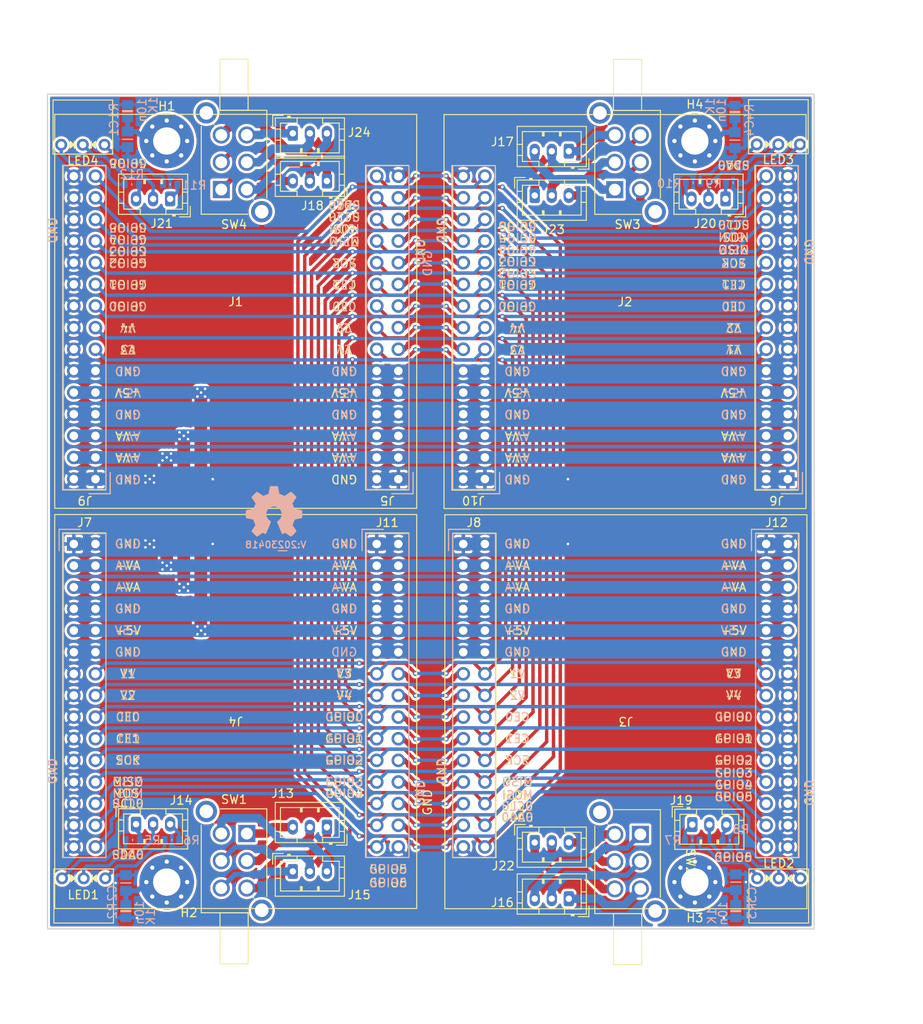
<source format=kicad_pcb>
(kicad_pcb (version 20221018) (generator pcbnew)
  (layers (0 "F.Cu" signal) (31 "B.Cu" signal) (34 "B.Paste" user) (35 "F.Paste" user) (36 "B.SilkS" user "B.Silkscreen") (37 "F.SilkS" user "F.Silkscreen") (38 "B.Mask" user) (39 "F.Mask" user) (44 "Edge.Cuts" user))
  (net 0 "")
  (net 1 "GND")
  (net 2 "/+VA")
  (net 3 "/-VA")
  (net 4 "+5V")
  (net 5 "/V1")
  (net 6 "/V2")
  (net 7 "/GPIO0")
  (net 8 "/GPIO1")
  (net 9 "/MOSI")
  (net 10 "/MISO")
  (net 11 "/SCK")
  (net 12 "/CE0")
  (net 13 "/CE1")
  (net 14 "/GPIO2")
  (net 15 "/GPIO3")
  (net 16 "/GPIO4")
  (net 17 "/GPIO5")
  (net 18 "/GPIO6")
  (net 19 "/SDA0")
  (net 20 "/SCL0")
  (net 21 "Net-(C1-Pad1)")
  (net 22 "Net-(C2-Pad1)")
  (net 23 "Net-(C3-Pad1)")
  (net 24 "Net-(C4-Pad1)")
  (net 25 "Net-(J13-Pad1)")
  (net 26 "Net-(J13-Pad2)")
  (net 27 "Net-(J13-Pad3)")
  (net 28 "Net-(J14-Pad1)")
  (net 29 "Net-(J14-Pad2)")
  (net 30 "Net-(J14-Pad3)")
  (net 31 "Net-(J15-Pad1)")
  (net 32 "Net-(J15-Pad2)")
  (net 33 "Net-(J15-Pad3)")
  (net 34 "Net-(LED1-Pad1)")
  (net 35 "Net-(LED1-Pad3)")
  (net 36 "Net-(J16-Pad1)")
  (net 37 "Net-(J16-Pad2)")
  (net 38 "Net-(J16-Pad3)")
  (net 39 "Net-(J17-Pad1)")
  (net 40 "Net-(J17-Pad2)")
  (net 41 "Net-(J17-Pad3)")
  (net 42 "Net-(J18-Pad1)")
  (net 43 "Net-(J18-Pad2)")
  (net 44 "Net-(J18-Pad3)")
  (net 45 "Net-(J19-Pad1)")
  (net 46 "Net-(J19-Pad2)")
  (net 47 "Net-(J19-Pad3)")
  (net 48 "Net-(J20-Pad1)")
  (net 49 "Net-(J20-Pad2)")
  (net 50 "Net-(J20-Pad3)")
  (net 51 "Net-(J21-Pad1)")
  (net 52 "Net-(J21-Pad2)")
  (net 53 "Net-(J21-Pad3)")
  (net 54 "Net-(J22-Pad1)")
  (net 55 "Net-(J22-Pad2)")
  (net 56 "Net-(J22-Pad3)")
  (net 57 "Net-(J23-Pad1)")
  (net 58 "Net-(J23-Pad2)")
  (net 59 "Net-(J23-Pad3)")
  (net 60 "Net-(J24-Pad1)")
  (net 61 "Net-(J24-Pad2)")
  (net 62 "Net-(J24-Pad3)")
  (net 63 "Net-(LED2-Pad1)")
  (net 64 "Net-(LED2-Pad3)")
  (net 65 "Net-(LED3-Pad1)")
  (net 66 "Net-(LED3-Pad3)")
  (net 67 "Net-(LED4-Pad1)")
  (net 68 "Net-(LED4-Pad3)")
  (net 69 "/V3")
  (net 70 "/V4")
  (footprint "MountingHole:MountingHole_3.2mm_M3_Pad_Via" (layer "F.Cu") (at 127.5 48)
    (fp_text reference "H1")
    (fp_text value "M3")
  )
  (footprint "MountingHole:MountingHole_3.2mm_M3_Pad_Via" (layer "F.Cu") (at 127.5 135)
    (fp_text reference "H2")
    (fp_text value "M3")
  )
  (footprint "MountingHole:MountingHole_3.2mm_M3_Pad_Via" (layer "F.Cu") (at 189.5 135)
    (fp_text reference "H3")
    (fp_text value "M3")
  )
  (footprint "MountingHole:MountingHole_3.2mm_M3_Pad_Via" (layer "F.Cu") (at 189.5 48)
    (fp_text reference "H4")
    (fp_text value "M3")
  )
  (footprint "SquantorConnectorsNamed:module_2x15_right" (layer "F.Cu") (at 117.86 69.91 180)
    (fp_text reference "J9")
    (fp_text value "module_2x15_right_output")
  )
  (footprint "Connector_JST:JST_PH_B3B-PH-K_1x03_P2.00mm_Vertical" (layer "F.Cu") (at 127.9 54.8 180)
    (fp_text reference "J21")
    (fp_text value "Conn_01x03")
  )
  (footprint "Connector_JST:JST_PH_B3B-PH-K_1x03_P2.00mm_Vertical" (layer "F.Cu") (at 123.9 128.2)
    (fp_text reference "J14")
    (fp_text value "Conn_01x03")
  )
  (footprint "SquantorDiodes:LED_DUAL_TH245_90deg" (layer "F.Cu") (at 199.35 134.5575)
    (fp_text reference "LED2")
    (fp_text value "LED_Dual_CC")
  )
  (footprint "SquantorPcbOutline:4by4cm_module" (layer "F.Cu") (at 181.3 67.4)
    (fp_text reference "J2")
    (fp_text value "Proto")
  )
  (footprint "Connector_JST:JST_PH_B3B-PH-K_1x03_P2.00mm_Vertical" (layer "F.Cu") (at 142.3 133.75)
    (fp_text reference "J15")
    (fp_text value "Conn_01x03")
  )
  (footprint "SquantorDiodes:LED_DUAL_TH245_90deg" (layer "F.Cu") (at 117.65 48.4425 180)
    (fp_text reference "LED4")
    (fp_text value "LED_Dual_CC")
  )
  (footprint "SquantorPcbOutline:4by4cm_module" (layer "F.Cu") (at 135.6 115.6 180)
    (fp_text reference "J4")
    (fp_text value "Proto")
  )
  (footprint "SquantorConnectorsNamed:module_2x15_right" (layer "F.Cu") (at 163.58 69.91 180)
    (fp_text reference "J10")
    (fp_text value "module_2x15_right_input")
  )
  (footprint "Connector_JST:JST_PH_B3B-PH-K_1x03_P2.00mm_Vertical" (layer "F.Cu") (at 193.1 54.8 180)
    (fp_text reference "J20")
    (fp_text value "Conn_01x03")
  )
  (footprint "Connector_JST:JST_PH_B3B-PH-K_1x03_P2.00mm_Vertical" (layer "F.Cu") (at 189.2 128.25)
    (fp_text reference "J19")
    (fp_text value "Conn_01x03")
  )
  (footprint "Connector_JST:JST_PH_B3B-PH-K_1x03_P2.00mm_Vertical" (layer "F.Cu") (at 142.3 47.1)
    (fp_text reference "J24")
    (fp_text value "Conn_01x03")
  )
  (footprint "SquantorDiodes:LED_DUAL_TH245_90deg" (layer "F.Cu") (at 117.75 134.5575)
    (fp_text reference "LED1")
    (fp_text value "LED_Dual_CC")
  )
  (footprint "Connector_JST:JST_PH_B3B-PH-K_1x03_P2.00mm_Vertical" (layer "F.Cu") (at 174.7 136.95 180)
    (fp_text reference "J16")
    (fp_text value "Conn_01x03")
  )
  (footprint "Connector_JST:JST_PH_B3B-PH-K_1x03_P2.00mm_Vertical" (layer "F.Cu") (at 146.3 128.55 180)
    (fp_text reference "J13")
    (fp_text value "Conn_01x03")
  )
  (footprint "SquantorSwitches:PS-22F02" (layer "F.Cu") (at 181.6 50.5125 90)
    (fp_text reference "SW3")
    (fp_text value "switch_DPDT")
  )
  (footprint "SquantorConnectorsNamed:module_2x15_left" (layer "F.Cu") (at 163.58 113.09)
    (fp_text reference "J8")
    (fp_text value "module_2x15_left_input")
  )
  (footprint "Connector_JST:JST_PH_B3B-PH-K_1x03_P2.00mm_Vertical" (layer "F.Cu") (at 146.3 52.7 180)
    (fp_text reference "J18")
    (fp_text value "Conn_01x03")
  )
  (footprint "SquantorConnectorsNamed:module_2x15_left" (layer "F.Cu") (at 117.86 113.09)
    (fp_text reference "J7")
    (fp_text value "module_2x15_left_input")
  )
  (footprint "SquantorConnectorsNamed:module_2x15_right" (layer "F.Cu") (at 199.14 113.09)
    (fp_text reference "J12")
    (fp_text value "module_2x15_right_input")
  )
  (footprint "Connector_JST:JST_PH_B3B-PH-K_1x03_P2.00mm_Vertical" (layer "F.Cu") (at 170.7 130.35)
    (fp_text reference "J22")
    (fp_text value "Conn_01x03")
  )
  (footprint "SquantorConnectorsNamed:module_2x15_left" (layer "F.Cu") (at 199.14 69.91 180)
    (fp_text reference "J6")
    (fp_text value "module_2x15_left_input")
  )
  (footprint "SquantorConnectorsNamed:module_2x15_left" (layer "F.Cu") (at 153.42 69.91 180)
    (fp_text reference "J5")
    (fp_text value "module_2x15_left_output")
  )
  (footprint "SquantorConnectorsNamed:module_2x15_right" (layer "F.Cu") (at 153.42 113.09)
    (fp_text reference "J11")
    (fp_text value "module_2x15_right_input")
  )
  (footprint "Connector_JST:JST_PH_B3B-PH-K_1x03_P2.00mm_Vertical" (layer "F.Cu") (at 170.7 54.4)
    (fp_text reference "J23")
    (fp_text value "Conn_01x03")
  )
  (footprint "SquantorSwitches:PS-22F02" (layer "F.Cu") (at 135.4 132.5 -90)
    (fp_text reference "SW1")
    (fp_text value "switch_DPDT")
  )
  (footprint "SquantorDiodes:LED_DUAL_TH245_90deg" (layer "F.Cu") (at 199.3 48.4 180)
    (fp_text reference "LED3")
    (fp_text value "LED_Dual_CC")
  )
  (footprint "SquantorSwitches:PS-22F02" (layer "F.Cu") (at 135.4 50.5 90)
    (fp_text reference "SW4")
    (fp_text value "switch_DPDT")
  )
  (footprint "SquantorPcbOutline:4by4cm_module" (layer "F.Cu") (at 135.6 67.375)
    (fp_text reference "J1")
    (fp_text value "Proto")
  )
  (footprint "Connector_JST:JST_PH_B3B-PH-K_1x03_P2.00mm_Vertical" (layer "F.Cu") (at 174.7 49.2 180)
    (fp_text reference "J17")
    (fp_text value "Conn_01x03")
  )
  (footprint "SquantorSwitches:PS-22F02" (layer "F.Cu") (at 181.6 132.6 -90)
    (fp_text reference "SW2")
    (fp_text value "switch_DPDT")
  )
  (footprint "SquantorPcbOutline:4by4cm_module" (layer "F.Cu") (at 181.4 115.625 180)
    (fp_text reference "J3")
    (fp_text value "Proto")
  )
  (footprint "Symbols:OSHW-Symbol_6.7x6mm_SilkScreen" (layer "B.Cu") (at 140.1 91.5 180)
    (fp_text reference "N1" hide)
    (fp_text value "OHWLOGO" hide)
  )
  (footprint "SquantorLabels:Label_Generic" (layer "B.Cu") (at 141.1 95.5 180)
    (fp_text reference "N2" hide)
    (fp_text value "V:20230418")
  )
  (footprint "SquantorRcl:R_0603_hand" (layer "B.Cu") (at 127.9 53.1)
    (fp_text reference "R11")
    (fp_text value "R")
  )
  (footprint "SquantorRcl:R_0603_hand" (layer "B.Cu") (at 123.4 53.1)
    (fp_text reference "R12")
    (fp_text value "R")
  )
  (footprint "SquantorRcl:R_0805+0603" (layer "B.Cu") (at 194.3 138.4 -90)
    (fp_text reference "R3")
    (fp_text value "1K")
  )
  (footprint "SquantorRcl:R_0603_hand" (layer "B.Cu") (at 194 52.9 180)
    (fp_text reference "R9")
    (fp_text value "R")
  )
  (footprint "SquantorRcl:R_0603_hand" (layer "B.Cu") (at 193.6 130.1 180)
    (fp_text reference "R8")
    (fp_text value "R")
  )
  (footprint "SquantorRcl:R_0603_hand" (layer "B.Cu") (at 128.1 130.05)
    (fp_text reference "R6")
    (fp_text value "R")
  )
  (footprint "SquantorRcl:C_0805+0603" (layer "B.Cu") (at 194.3 135 90)
    (fp_text reference "C3")
    (fp_text value "10n")
  )
  (footprint "SquantorRcl:C_0805+0603" (layer "B.Cu") (at 122.7 135.1 90)
    (fp_text reference "C2")
    (fp_text value "10n")
  )
  (footprint "SquantorRcl:R_0603_hand" (layer "B.Cu") (at 123.5 130.05)
    (fp_text reference "R5")
    (fp_text value "R")
  )
  (footprint "SquantorRcl:R_0603_hand" (layer "B.Cu") (at 189.3 52.9 180)
    (fp_text reference "R10")
    (fp_text value "R")
  )
  (footprint "SquantorRcl:C_0805+0603" (layer "B.Cu") (at 122.9 47.8 -90)
    (fp_text reference "C1")
    (fp_text value "10n")
  )
  (footprint "SquantorRcl:R_0603_hand" (layer "B.Cu") (at 189.2 130.1 180)
    (fp_text reference "R7")
    (fp_text value "R")
  )
  (footprint "SquantorRcl:R_0805+0603" (layer "B.Cu") (at 194.2 44.6 90)
    (fp_text reference "R4")
    (fp_text value "1K")
  )
  (footprint "SquantorRcl:R_0805+0603" (layer "B.Cu") (at 122.7 138.4 -90)
    (fp_text reference "R2")
    (fp_text value "1K")
  )
  (footprint "SquantorRcl:R_0805+0603" (layer "B.Cu") (at 122.9 44.5 90)
    (fp_text reference "R1")
    (fp_text value "1K")
  )
  (footprint "SquantorRcl:C_0805+0603" (layer "B.Cu") (at 194.2 47.9 -90)
    (fp_text reference "C4")
    (fp_text value "10n")
  )
  (gr_line (start 113.5 140.5) (end 203.5 140.5) (stroke (width 0.15)) (layer "Edge.Cuts"))
  (gr_line (start 113.5 42.5) (end 113.5 140.5) (stroke (width 0.15)) (layer "Edge.Cuts"))
  (gr_line (start 203.5 140.5) (end 203.5 42.5) (stroke (width 0.15)) (layer "Edge.Cuts"))
  (gr_line (start 203.5 42.5) (end 113.5 42.5) (stroke (width 0.15)) (layer "Edge.Cuts"))
  (segment (start 160.7 116.6) (end 161.67 115.63) (width 0.6) (layer "F.Cu") (net 1))
  (segment (start 156.4 68.9) (end 160.6 68.9) (width 0.6) (layer "F.Cu") (net 1))
  (segment (start 154.69 69.91) (end 155.39 69.91) (width 0.6) (layer "F.Cu") (net 1))
  (segment (start 154.69 57.21) (end 155.39 57.21) (width 0.6) (layer "F.Cu") (net 1))
  (segment (start 154.69 123.25) (end 155.35 123.25) (width 0.6) (layer "F.Cu") (net 1))
  (segment (start 154.69 125.79) (end 155.39 125.79) (width 0.6) (layer "F.Cu") (net 1))
  (segment (start 161.65 72.45) (end 162.31 72.45) (width 0.6) (layer "F.Cu") (net 1))
  (segment (start 155.41 62.29) (end 156.7 61) (width 0.6) (layer "F.Cu") (net 1))
  (segment (start 156.4 53.7) (end 160.6 53.7) (width 0.6) (layer "F.Cu") (net 1))
  (segment (start 154.69 128.33) (end 155.33 128.33) (width 0.6) (layer "F.Cu") (net 1))
  (segment (start 156.7 61) (end 160.3 61) (width 0.6) (layer "F.Cu") (net 1))
  (segment (start 154.69 64.83) (end 155.37 64.83) (width 0.6) (layer "F.Cu") (net 1))
  (segment (start 160.3 61) (end 161.59 62.29) (width 0.6) (layer "F.Cu") (net 1))
  (segment (start 155.43 54.67) (end 156.4 53.7) (width 0.6) (layer "F.Cu") (net 1))
  (segment (start 155.33 115.63) (end 156.3 116.6) (width 0.6) (layer "F.Cu") (net 1))
  (segment (start 160.6 53.7) (end 161.57 54.67) (width 0.6) (layer "F.Cu") (net 1))
  (segment (start 155.39 113.09) (end 156.4 114.1) (width 0.6) (layer "F.Cu") (net 1))
  (segment (start 161.59 62.29) (end 162.31 62.29) (width 0.6) (layer "F.Cu") (net 1))
  (segment (start 161.73 118.17) (end 162.31 118.17) (width 0.6) (layer "F.Cu") (net 1))
  (segment (start 156.3 71.5) (end 160.7 71.5) (width 0.6) (layer "F.Cu") (net 1))
  (segment (start 155.33 128.33) (end 156.3 129.3) (width 0.6) (layer "F.Cu") (net 1))
  (segment (start 155.41 120.71) (end 156.5 121.8) (width 0.6) (layer "F.Cu") (net 1))
  (segment (start 156.4 111.5) (end 160.7 111.5) (width 0.6) (layer "F.Cu") (net 1))
  (segment (start 156.4 126.8) (end 160.6 126.8) (width 0.6) (layer "F.Cu") (net 1))
  (segment (start 154.69 62.29) (end 155.41 62.29) (width 0.6) (layer "F.Cu") (net 1))
  (segment (start 155.35 123.25) (end 156.3 124.2) (width 0.6) (layer "F.Cu") (net 1))
  (segment (start 154.69 118.17) (end 155.27 118.17) (width 0.6) (layer "F.Cu") (net 1))
  (segment (start 160.7 71.5) (end 161.65 72.45) (width 0.6) (layer "F.Cu") (net 1))
  (segment (start 160.6 126.8) (end 161.61 125.79) (width 0.6) (layer "F.Cu") (net 1))
  (segment (start 161.61 113.09) (end 162.31 113.09) (width 0.6) (layer "F.Cu") (net 1))
  (segment (start 156.35 66.4) (end 160.7 66.4) (width 0.6) (layer "F.Cu") (net 1))
  (segment (start 161.65 59.75) (end 162.31 59.75) (width 0.6) (layer "F.Cu") (net 1))
  (segment (start 160.6 68.9) (end 161.61 69.91) (width 0.6) (layer "F.Cu") (net 1))
  (segment (start 154.69 59.75) (end 155.35 59.75) (width 0.6) (layer "F.Cu") (net 1))
  (segment (start 155.37 52.13) (end 156.4 51.1) (width 0.6) (layer "F.Cu") (net 1))
  (segment (start 154.69 110.55) (end 155.45 110.55) (width 0.6) (layer "F.Cu") (net 1))
  (segment (start 155.37 64.83) (end 156.4 63.8) (width 0.6) (layer "F.Cu") (net 1))
  (segment (start 161.61 69.91) (end 162.31 69.91) (width 0.6) (layer "F.Cu") (net 1))
  (segment (start 155.35 59.75) (end 156.4 58.7) (width 0.6) (layer "F.Cu") (net 1))
  (segment (start 161.61 57.21) (end 162.31 57.21) (width 0.6) (layer "F.Cu") (net 1))
  (segment (start 160.6 114.1) (end 161.61 113.09) (width 0.6) (layer "F.Cu") (net 1))
  (segment (start 161.57 54.67) (end 162.31 54.67) (width 0.6) (layer "F.Cu") (net 1))
  (segment (start 156.3 119.2) (end 160.7 119.2) (width 0.6) (layer "F.Cu") (net 1))
  (segment (start 156.3 116.6) (end 160.7 116.6) (width 0.6) (layer "F.Cu") (net 1))
  (segment (start 156.4 114.1) (end 160.6 114.1) (width 0.6) (layer "F.Cu") (net 1))
  (segment (start 156.5 121.8) (end 160.6 121.8) (width 0.6) (layer "F.Cu") (net 1))
  (segment (start 160.7 111.5) (end 161.65 110.55) (width 0.6) (layer "F.Cu") (net 1))
  (segment (start 156.4 51.1) (end 160.6 51.1) (width 0.6) (layer "F.Cu") (net 1))
  (segment (start 155.39 125.79) (end 156.4 126.8) (width 0.6) (layer "F.Cu") (net 1))
  (segment (start 154.69 72.45) (end 155.35 72.45) (width 0.6) (layer "F.Cu") (net 1))
  (segment (start 161.67 67.37) (end 162.31 67.37) (width 0.6) (layer "F.Cu") (net 1))
  (segment (start 161.65 123.25) (end 162.31 123.25) (width 0.6) (layer "F.Cu") (net 1))
  (segment (start 160.7 66.4) (end 161.67 67.37) (width 0.6) (layer "F.Cu") (net 1))
  (segment (start 154.69 54.67) (end 155.43 54.67) (width 0.6) (layer "F.Cu") (net 1))
  (segment (start 155.45 110.55) (end 156.4 111.5) (width 0.6) (layer "F.Cu") (net 1))
  (segment (start 161.69 120.71) (end 162.31 120.71) (width 0.6) (layer "F.Cu") (net 1))
  (segment (start 154.69 67.37) (end 155.38 67.37) (width 0.6) (layer "F.Cu") (net 1))
  (segment (start 160.6 51.1) (end 161.63 52.13) (width 0.6) (layer "F.Cu") (net 1))
  (segment (start 161.61 125.79) (end 162.31 125.79) (width 0.6) (layer "F.Cu") (net 1))
  (segment (start 161.67 128.33) (end 162.31 128.33) (width 0.6) (layer "F.Cu") (net 1))
  (segment (start 154.69 120.71) (end 155.41 120.71) (width 0.6) (layer "F.Cu") (net 1))
  (segment (start 156.7 55.9) (end 160.3 55.9) (width 0.6) (layer "F.Cu") (net 1))
  (segment (start 160.7 119.2) (end 161.73 118.17) (width 0.6) (layer "F.Cu") (net 1))
  (segment (start 161.65 110.55) (end 162.31 110.55) (width 0.6) (layer "F.Cu") (net 1))
  (segment (start 156.4 58.7) (end 160.6 58.7) (width 0.6) (layer "F.Cu") (net 1))
  (segment (start 160.6 121.8) (end 161.69 120.71) (width 0.6) (layer "F.Cu") (net 1))
  (segment (start 155.39 57.21) (end 156.7 55.9) (width 0.6) (layer "F.Cu") (net 1))
  (segment (start 154.69 113.09) (end 155.39 113.09) (width 0.6) (layer "F.Cu") (net 1))
  (segment (start 160.6 63.8) (end 161.63 64.83) (width 0.6) (layer "F.Cu") (net 1))
  (segment (start 160.6 58.7) (end 161.65 59.75) (width 0.6) (layer "F.Cu") (net 1))
  (segment (start 156.3 129.3) (end 160.7 129.3) (width 0.6) (layer "F.Cu") (net 1))
  (segment (start 125.5 87.69) (end 125.5 95.31) (width 1.5) (layer "F.Cu") (net 1))
  (segment (start 154.69 52.13) (end 155.37 52.13) (width 0.6) (layer "F.Cu") (net 1))
  (segment (start 154.69 115.63) (end 155.33 115.63) (width 0.6) (layer "F.Cu") (net 1))
  (segment (start 156.3 124.2) (end 160.7 124.2) (width 0.6) (layer "F.Cu") (net 1))
  (segment (start 161.67 115.63) (end 162.31 115.63) (width 0.6) (layer "F.Cu") (net 1))
  (segment (start 155.27 118.17) (end 156.3 119.2) (width 0.6) (layer "F.Cu") (net 1))
  (segment (start 155.39 69.91) (end 156.4 68.9) (width 0.6) (layer "F.Cu") (net 1))
  (segment (start 160.3 55.9) (end 161.61 57.21) (width 0.6) (layer "F.Cu") (net 1))
  (segment (start 161.63 64.83) (end 162.31 64.83) (width 0.6) (layer "F.Cu") (net 1))
  (segment (start 160.7 129.3) (end 161.67 128.33) (width 0.6) (layer "F.Cu") (net 1))
  (segment (start 160.7 124.2) (end 161.65 123.25) (width 0.6) (layer "F.Cu") (net 1))
  (segment (start 161.63 52.13) (end 162.31 52.13) (width 0.6) (layer "F.Cu") (net 1))
  (segment (start 155.38 67.37) (end 156.35 66.4) (width 0.6) (layer "F.Cu") (net 1))
  (segment (start 155.35 72.45) (end 156.3 71.5) (width 0.6) (layer "F.Cu") (net 1))
  (segment (start 156.4 63.8) (end 160.6 63.8) (width 0.6) (layer "F.Cu") (net 1))
  (via (at 125 87.3) (size 0.6) (drill 0.3) (layers "F.Cu" "B.Cu") (net 1))
  (via (at 126 87.3) (size 0.6) (drill 0.3) (layers "F.Cu" "B.Cu") (net 1))
  (via (at 126 95.7) (size 0.6) (drill 0.3) (layers "F.Cu" "B.Cu") (net 1))
  (via (at 125.5 95.31) (size 0.6) (drill 0.3) (layers "F.Cu" "B.Cu") (net 1))
  (via (at 174.6 87.7) (size 0.6) (drill 0.3) (layers "F.Cu" "B.Cu") (net 1))
  (via (at 132.9 87.7) (size 0.6) (drill 0.3) (layers "F.Cu" "B.Cu") (net 1))
  (via (at 174.6 95.3) (size 0.6) (drill 0.3) (layers "F.Cu" "B.Cu") (net 1))
  (via (at 126 94.9) (size 0.6) (drill 0.3) (layers "F.Cu" "B.Cu") (net 1))
  (via (at 124 139.2) (size 0.6) (drill 0.3) (layers "F.Cu" "B.Cu") (net 1))
  (via (at 121.5 135.1) (size 0.6) (drill 0.3) (layers "F.Cu" "B.Cu") (net 1))
  (via (at 125 95.7) (size 0.6) (drill 0.3) (layers "F.Cu" "B.Cu") (net 1))
  (via (at 125 94.9) (size 0.6) (drill 0.3) (layers "F.Cu" "B.Cu") (net 1))
  (via (at 132.9 95.3) (size 0.6) (drill 0.3) (layers "F.Cu" "B.Cu") (net 1))
  (via (at 192.9 139.2) (size 0.6) (drill 0.3) (layers "F.Cu" "B.Cu") (net 1))
  (via (at 125.5 87.69) (size 0.6) (drill 0.3) (layers "F.Cu" "B.Cu") (net 1))
  (via (at 125 88.1) (size 0.6) (drill 0.3) (layers "F.Cu" "B.Cu") (net 1))
  (via (at 126 88.1) (size 0.6) (drill 0.3) (layers "F.Cu" "B.Cu") (net 1))
  (via (at 195.5 135) (size 0.6) (drill 0.3) (layers "F.Cu" "B.Cu") (net 1))
  (segment (start 200.41 95.31) (end 173.5995 95.31) (width 1.5) (layer "B.Cu") (net 1))
  (segment (start 200.41 87.69) (end 173.5995 87.69) (width 1.5) (layer "B.Cu") (net 1))
  (segment (start 116.59 108.01) (end 200.41 108.01) (width 1.5) (layer "B.Cu") (net 1))
  (segment (start 116.59 102.93) (end 130.2505 102.93) (width 1.5) (layer "B.Cu") (net 1))
  (segment (start 137.01 87.69) (end 173.5995 87.69) (width 1.5) (layer "B.Cu") (net 1))
  (segment (start 116.59 87.69) (end 137.01 87.69) (width 1.5) (layer "B.Cu") (net 1))
  (segment (start 116.59 80.07) (end 200.41 80.07) (width 1.5) (layer "B.Cu") (net 1))
  (segment (start 136.89 95.31) (end 173.5995 95.31) (width 1.5) (layer "B.Cu") (net 1))
  (segment (start 116.59 95.31) (end 136.89 95.31) (width 1.5) (layer "B.Cu") (net 1))
  (segment (start 116.59 74.99) (end 200.41 74.99) (width 1.5) (layer "B.Cu") (net 1))
  (segment (start 200.41 102.93) (end 130.2505 102.93) (width 1.5) (layer "B.Cu") (net 1))
  (segment (start 127.5 85.15) (end 127.5 97.85) (width 1.5) (layer "F.Cu") (net 2))
  (via (at 128 97.5) (size 0.6) (drill 0.3) (layers "F.Cu" "B.Cu") (net 2))
  (via (at 128 84.7) (size 0.6) (drill 0.3) (layers "F.Cu" "B.Cu") (net 2))
  (via (at 127 84.7) (size 0.6) (drill 0.3) (layers "F.Cu" "B.Cu") (net 2))
  (via (at 127.5 97.85) (size 0.6) (drill 0.3) (layers "F.Cu" "B.Cu") (net 2))
  (via (at 127 85.5) (size 0.6) (drill 0.3) (layers "F.Cu" "B.Cu") (net 2))
  (via (at 128 98.3) (size 0.6) (drill 0.3) (layers "F.Cu" "B.Cu") (net 2))
  (via (at 127 98.3) (size 0.6) (drill 0.3) (layers "F.Cu" "B.Cu") (net 2))
  (via (at 127 97.5) (size 0.6) (drill 0.3) (layers "F.Cu" "B.Cu") (net 2))
  (via (at 127.5 85.15) (size 0.6) (drill 0.3) (layers "F.Cu" "B.Cu") (net 2))
  (via (at 128 85.5) (size 0.6) (drill 0.3) (layers "F.Cu" "B.Cu") (net 2))
  (segment (start 116.59 85.15) (end 200.41 85.15) (width 1.5) (layer "B.Cu") (net 2))
  (segment (start 116.59 97.85) (end 200.41 97.85) (width 1.5) (layer "B.Cu") (net 2))
  (segment (start 129.5 82.61) (end 129.5 100.39) (width 1.5) (layer "F.Cu") (net 3))
  (via (at 129 100.8) (size 0.6) (drill 0.3) (layers "F.Cu" "B.Cu") (net 3))
  (via (at 129 82.2) (size 0.6) (drill 0.3) (layers "F.Cu" "B.Cu") (net 3))
  (via (at 129 100) (size 0.6) (drill 0.3) (layers "F.Cu" "B.Cu") (net 3))
  (via (at 129.5 100.39) (size 0.6) (drill 0.3) (layers "F.Cu" "B.Cu") (net 3))
  (via (at 130 83) (size 0.6) (drill 0.3) (layers "F.Cu" "B.Cu") (net 3))
  (via (at 129 83) (size 0.6) (drill 0.3) (layers "F.Cu" "B.Cu") (net 3))
  (via (at 130 100.8) (size 0.6) (drill 0.3) (layers "F.Cu" "B.Cu") (net 3))
  (via (at 129.5 82.61) (size 0.6) (drill 0.3) (layers "F.Cu" "B.Cu") (net 3))
  (via (at 130 100) (size 0.6) (drill 0.3) (layers "F.Cu" "B.Cu") (net 3))
  (via (at 130 82.2) (size 0.6) (drill 0.3) (layers "F.Cu" "B.Cu") (net 3))
  (segment (start 116.59 100.39) (end 129.39 100.39) (width 1.5) (layer "B.Cu") (net 3))
  (segment (start 116.59 82.61) (end 200.41 82.61) (width 1.5) (layer "B.Cu") (net 3))
  (segment (start 200.41 100.39) (end 129.39 100.39) (width 1.5) (layer "B.Cu") (net 3))
  (segment (start 131.5 105.5) (end 131.5 77.56) (width 1.5) (layer "F.Cu") (net 4))
  (segment (start 131.5 105.5) (end 131.53 105.47) (width 1.5) (layer "F.Cu") (net 4))
  (segment (start 131.5 77.56) (end 131.53 77.53) (width 1.5) (layer "F.Cu") (net 4))
  (via (at 131.53 105.47) (size 0.6) (drill 0.3) (layers "F.Cu" "B.Cu") (net 4))
  (via (at 131.1 105) (size 0.6) (drill 0.3) (layers "F.Cu" "B.Cu") (net 4))
  (via (at 132 78) (size 0.6) (drill 0.3) (layers "F.Cu" "B.Cu") (net 4))
  (via (at 131.1 105.9) (size 0.6) (drill 0.3) (layers "F.Cu" "B.Cu") (net 4))
  (via (at 132 77.1) (size 0.6) (drill 0.3) (layers "F.Cu" "B.Cu") (net 4))
  (via (at 131.53 77.53) (size 0.6) (drill 0.3) (layers "F.Cu" "B.Cu") (net 4))
  (via (at 131.1 77.1) (size 0.6) (drill 0.3) (layers "F.Cu" "B.Cu") (net 4))
  (via (at 132 105.9) (size 0.6) (drill 0.3) (layers "F.Cu" "B.Cu") (net 4))
  (via (at 132 105) (size 0.6) (drill 0.3) (layers "F.Cu" "B.Cu") (net 4))
  (via (at 131.1 78) (size 0.6) (drill 0.3) (layers "F.Cu" "B.Cu") (net 4))
  (segment (start 131.53 105.47) (end 133.5 105.47) (width 1.5) (layer "B.Cu") (net 4))
  (segment (start 131.53 77.53) (end 200.41 77.53) (width 1.5) (layer "B.Cu") (net 4))
  (segment (start 200.41 105.47) (end 133.5 105.47) (width 1.5) (layer "B.Cu") (net 4))
  (segment (start 116.59 77.53) (end 131.53 77.53) (width 1.5) (layer "B.Cu") (net 4))
  (segment (start 116.59 105.47) (end 131.53 105.47) (width 1.5) (layer "B.Cu") (net 4))
  (segment (start 167.3 108.1) (end 167.3 74.1) (width 0.4) (layer "F.Cu") (net 5))
  (segment (start 164.85 110.55) (end 167.3 108.1) (width 0.4) (layer "F.Cu") (net 5))
  (segment (start 150.1 109.3) (end 155.5 109.3) (width 0.4) (layer "F.Cu") (net 5))
  (segment (start 160.3 110.5) (end 161.59 109.21) (width 0.4) (layer "F.Cu") (net 5))
  (segment (start 166.9 73.7) (end 161.5 73.7) (width 0.4) (layer "F.Cu") (net 5))
  (segment (start 167.3 74.1) (end 166.9 73.7) (width 0.4) (layer "F.Cu") (net 5))
  (segment (start 155.5 109.3) (end 156.7 110.5) (width 0.4) (layer "F.Cu") (net 5))
  (segment (start 163.51 109.21) (end 164.85 110.55) (width 0.4) (layer "F.Cu") (net 5))
  (segment (start 156.7 72.5) (end 155.55 73.65) (width 0.4) (layer "F.Cu") (net 5))
  (segment (start 153.35 73.65) (end 152.15 72.45) (width 0.4) (layer "F.Cu") (net 5))
  (segment (start 155.55 73.65) (end 153.35 73.65) (width 0.4) (layer "F.Cu") (net 5))
  (segment (start 161.5 73.7) (end 160.3 72.5) (width 0.4) (layer "F.Cu") (net 5))
  (segment (start 161.59 109.21) (end 163.51 109.21) (width 0.4) (layer "F.Cu") (net 5))
  (via (at 160.3 72.5) (size 0.6) (drill 0.3) (layers "F.Cu" "B.Cu") (net 5))
  (via (at 156.7 72.5) (size 0.6) (drill 0.3) (layers "F.Cu" "B.Cu") (net 5))
  (via (at 166.9 73.7) (size 0.6) (drill 0.3) (layers "F.Cu" "B.Cu") (net 5))
  (via (at 160.3 110.5) (size 0.6) (drill 0.3) (layers "F.Cu" "B.Cu") (net 5))
  (via (at 156.7 110.5) (size 0.6) (drill 0.3) (layers "F.Cu" "B.Cu") (net 5))
  (via (at 150.1 109.3) (size 0.6) (drill 0.3) (layers "F.Cu" "B.Cu") (net 5))
  (segment (start 119.13 110.55) (end 120.38 109.3) (width 0.4) (layer "B.Cu") (net 5))
  (segment (start 196.62 73.7) (end 166.9 73.7) (width 0.4) (layer "B.Cu") (net 5))
  (segment (start 120.38 109.3) (end 150.1 109.3) (width 0.4) (layer "B.Cu") (net 5))
  (segment (start 197.87 72.45) (end 196.62 73.7) (width 0.4) (layer "B.Cu") (net 5))
  (segment (start 156.7 110.5) (end 160.3 110.5) (width 0.4) (layer "B.Cu") (net 5))
  (segment (start 160.3 72.5) (end 156.7 72.5) (width 0.4) (layer "B.Cu") (net 5))
  (segment (start 155.49 71.11) (end 153.35 71.11) (width 0.4) (layer "F.Cu") (net 6))
  (segment (start 163.56 111.8) (end 164.85 113.09) (width 0.4) (layer "F.Cu") (net 6))
  (segment (start 166.9 71.2) (end 161.6 71.2) (width 0.4) (layer "F.Cu") (net 6))
  (segment (start 156.7 69.9) (end 155.49 71.11) (width 0.4) (layer "F.Cu") (net 6))
  (segment (start 161.6 71.2) (end 160.3 69.9) (width 0.4) (layer "F.Cu") (net 6))
  (segment (start 155.4 111.8) (end 156.7 113.1) (width 0.4) (layer "F.Cu") (net 6))
  (segment (start 168.1 109.84) (end 168.1 72.4) (width 0.4) (layer "F.Cu") (net 6))
  (segment (start 168.1 72.4) (end 166.9 71.2) (width 0.4) (layer "F.Cu") (net 6))
  (segment (start 150.1 111.8) (end 155.4 111.8) (width 0.4) (layer "F.Cu") (net 6))
  (segment (start 164.85 113.09) (end 168.1 109.84) (width 0.4) (layer "F.Cu") (net 6))
  (segment (start 161.6 111.8) (end 163.56 111.8) (width 0.4) (layer "F.Cu") (net 6))
  (segment (start 160.3 113.1) (end 161.6 111.8) (width 0.4) (layer "F.Cu") (net 6))
  (segment (start 153.35 71.11) (end 152.15 69.91) (width 0.4) (layer "F.Cu") (net 6))
  (via (at 156.7 113.1) (size 0.6) (drill 0.3) (layers "F.Cu" "B.Cu") (net 6))
  (via (at 150.1 111.8) (size 0.6) (drill 0.3) (layers "F.Cu" "B.Cu") (net 6))
  (via (at 160.3 69.9) (size 0.6) (drill 0.3) (layers "F.Cu" "B.Cu") (net 6))
  (via (at 166.9 71.2) (size 0.6) (drill 0.3) (layers "F.Cu" "B.Cu") (net 6))
  (via (at 160.3 113.1) (size 0.6) (drill 0.3) (layers "F.Cu" "B.Cu") (net 6))
  (via (at 156.7 69.9) (size 0.6) (drill 0.3) (layers "F.Cu" "B.Cu") (net 6))
  (segment (start 197.87 69.91) (end 196.58 71.2) (width 0.4) (layer "B.Cu") (net 6))
  (segment (start 156.7 113.1) (end 160.3 113.1) (width 0.4) (layer "B.Cu") (net 6))
  (segment (start 120.42 111.8) (end 150.1 111.8) (width 0.4) (layer "B.Cu") (net 6))
  (segment (start 196.58 71.2) (end 166.9 71.2) (width 0.4) (layer "B.Cu") (net 6))
  (segment (start 119.13 113.09) (end 120.42 111.8) (width 0.4) (layer "B.Cu") (net 6))
  (segment (start 160.3 69.9) (end 156.7 69.9) (width 0.4) (layer "B.Cu") (net 6))
  (segment (start 147.7 70.2) (end 149.3 68.6) (width 0.4) (layer "F.Cu") (net 7))
  (segment (start 147.7 113.3) (end 147.7 70.2) (width 0.4) (layer "F.Cu") (net 7))
  (segment (start 152.15 115.63) (end 150.03 115.63) (width 0.4) (layer "F.Cu") (net 7))
  (segment (start 150.03 115.63) (end 147.7 113.3) (width 0.4) (layer "F.Cu") (net 7))
  (via (at 149.3 68.6) (size 0.6) (drill 0.3) (layers "F.Cu" "B.Cu") (net 7))
  (segment (start 119.13 67.37) (end 120.36 68.6) (width 0.4) (layer "B.Cu") (net 7))
  (segment (start 120.36 68.6) (end 163.62 68.6) (width 0.4) (layer "B.Cu") (net 7))
  (segment (start 197.87 115.63) (end 196.64 114.4) (width 0.4) (layer "B.Cu") (net 7))
  (segment (start 153.38 114.4) (end 152.15 115.63) (width 0.4) (layer "B.Cu") (net 7))
  (segment (start 196.64 114.4) (end 153.38 114.4) (width 0.4) (layer "B.Cu") (net 7))
  (segment (start 163.62 68.6) (end 164.85 67.37) (width 0.4) (layer "B.Cu") (net 7))
  (segment (start 146.9 68.5) (end 149.3 66.1) (width 0.4) (layer "F.Cu") (net 8))
  (segment (start 152.15 118.17) (end 149.97 118.17) (width 0.4) (layer "F.Cu") (net 8))
  (segment (start 146.9 115.1) (end 146.9 68.5) (width 0.4) (layer "F.Cu") (net 8))
  (segment (start 149.97 118.17) (end 146.9 115.1) (width 0.4) (layer "F.Cu") (net 8))
  (via (at 149.3 66.1) (size 0.6) (drill 0.3) (layers "F.Cu" "B.Cu") (net 8))
  (segment (start 196.6 116.9) (end 153.42 116.9) (width 0.4) (layer "B.Cu") (net 8))
  (segment (start 153.42 116.9) (end 152.15 118.17) (width 0.4) (layer "B.Cu") (net 8))
  (segment (start 120.4 66.1) (end 163.58 66.1) (width 0.4) (layer "B.Cu") (net 8))
  (segment (start 119.13 64.83) (end 120.4 66.1) (width 0.4) (layer "B.Cu") (net 8))
  (segment (start 163.58 66.1) (end 164.85 64.83) (width 0.4) (layer "B.Cu") (net 8))
  (segment (start 197.87 118.17) (end 196.6 116.9) (width 0.4) (layer "B.Cu") (net 8))
  (segment (start 156.7 125.8) (end 155.4 124.5) (width 0.4) (layer "F.Cu") (net 9))
  (segment (start 161.6 58.5) (end 166.9 58.5) (width 0.4) (layer "F.Cu") (net 9))
  (segment (start 162.1 124.5) (end 161.6 124.5) (width 0.4) (layer "F.Cu") (net 9))
  (segment (start 172.1 118.54) (end 164.85 125.79) (width 0.4) (layer "F.Cu") (net 9))
  (segment (start 155.4 58.5) (end 156.7 57.2) (width 0.4) (layer "F.Cu") (net 9))
  (segment (start 154.9 124.5) (end 150.1 124.5) (width 0.4) (layer "F.Cu") (net 9))
  (segment (start 161.6 124.5) (end 160.3 125.8) (width 0.4) (layer "F.Cu") (net 9))
  (segment (start 172.1 63.7) (end 172.1 118.54) (width 0.4) (layer "F.Cu") (net 9))
  (segment (start 166.9 58.5) (end 172.1 63.7) (width 0.4) (layer "F.Cu") (net 9))
  (segment (start 164.85 125.79) (end 163.56 124.5) (width 0.4) (layer "F.Cu") (net 9))
  (segment (start 160.3 57.2) (end 161.6 58.5) (width 0.4) (layer "F.Cu") (net 9))
  (segment (start 163.56 124.5) (end 162.1 124.5) (width 0.4) (layer "F.Cu") (net 9))
  (segment (start 152.15 57.21) (end 153.44 58.5) (width 0.4) (layer "F.Cu") (net 9))
  (segment (start 153.44 58.5) (end 155.4 58.5) (width 0.4) (layer "F.Cu") (net 9))
  (segment (start 155.4 124.5) (end 154.9 124.5) (width 0.4) (layer "F.Cu") (net 9))
  (via (at 150.1 124.5) (size 0.6) (drill 0.3) (layers "F.Cu" "B.Cu") (net 9))
  (via (at 160.3 57.2) (size 0.6) (drill 0.3) (layers "F.Cu" "B.Cu") (net 9))
  (via (at 160.3 125.8) (size 0.6) (drill 0.3) (layers "F.Cu" "B.Cu") (net 9))
  (via (at 166.9 58.5) (size 0.6) (drill 0.3) (layers "F.Cu" "B.Cu") (net 9))
  (via (at 156.7 125.8) (size 0.6) (drill 0.3) (layers "F.Cu" "B.Cu") (net 9))
  (via (at 156.7 57.2) (size 0.6) (drill 0.3) (layers "F.Cu" "B.Cu") (net 9))
  (segment (start 197.87 57.21) (end 194.88 60.2) (width 0.4) (layer "B.Cu") (net 9))
  (segment (start 156.7 57.2) (end 160.3 57.2) (width 0.4) (layer "B.Cu") (net 9))
  (segment (start 148.6 123) (end 150.1 124.5) (width 0.4) (layer "B.Cu") (net 9))
  (segment (start 120.3 124.3) (end 121.6 123) (width 0.4) (layer "B.Cu") (net 9))
  (segment (start 168.6 60.2) (end 166.9 58.5) (width 0.4) (layer "B.Cu") (net 9))
  (segment (start 121.6 123) (end 148.6 123) (width 0.4) (layer "B.Cu") (net 9))
  (segment (start 119.13 125.79) (end 120.3 124.62) (width 0.4) (layer "B.Cu") (net 9))
  (segment (start 194.88 60.2) (end 168.6 60.2) (width 0.4) (layer "B.Cu") (net 9))
  (segment (start 120.3 124.62) (end 120.3 124.3) (width 0.4) (layer "B.Cu") (net 9))
  (segment (start 160.3 125.8) (end 156.7 125.8) (width 0.4) (layer "B.Cu") (net 9))
  (segment (start 152.15 59.75) (end 153.4 61) (width 0.4) (layer "F.Cu") (net 10))
  (segment (start 163.6 122) (end 162.1 122) (width 0.4) (layer "F.Cu") (net 10))
  (segment (start 154.8 122) (end 150.1 122) (width 0.4) (layer "F.Cu") (net 10))
  (segment (start 160.3 59.7) (end 161.6 61) (width 0.4) (layer "F.Cu") (net 10))
  (segment (start 162.1 122) (end 161.5 122) (width 0.4) (layer "F.Cu") (net 10))
  (segment (start 161.5 122) (end 160.3 123.2) (width 0.4) (layer "F.Cu") (net 10))
  (segment (start 153.4 61) (end 155.4 61) (width 0.4) (layer "F.Cu") (net 10))
  (segment (start 155.4 61) (end 156.7 59.7) (width 0.4) (layer "F.Cu") (net 10))
  (segment (start 156.7 123.2) (end 155.5 122) (width 0.4) (layer "F.Cu") (net 10))
  (segment (start 166.9 61) (end 171.3 65.4) (width 0.4) (layer "F.Cu") (net 10))
  (segment (start 171.3 65.4) (end 171.3 116.8) (width 0.4) (layer "F.Cu") (net 10))
  (segment (start 171.3 116.8) (end 164.85 123.25) (width 0.4) (layer "F.Cu") (net 10))
  (segment (start 155.5 122) (end 154.8 122) (width 0.4) (layer "F.Cu") (net 10))
  (segment (start 164.85 123.25) (end 163.6 122) (width 0.4) (layer "F.Cu") (net 10))
  (segment (start 161.6 61) (end 166.9 61) (width 0.4) (layer "F.Cu") (net 10))
  (via (at 160.3 59.7) (size 0.6) (drill 0.3) (layers "F.Cu" "B.Cu") (net 10))
  (via (at 156.7 59.7) (size 0.6) (drill 0.3) (layers "F.Cu" "B.Cu") (net 10))
  (via (at 150.1 122) (size 0.6) (drill 0.3) (layers "F.Cu" "B.Cu") (net 10))
  (via (at 166.9 61) (size 0.6) (drill 0.3) (layers "F.Cu" "B.Cu") (net 10))
  (via (at 156.7 123.2) (size 0.6) (drill 0.3) (layers "F.Cu" "B.Cu") (net 10))
  (via (at 160.3 123.2) (size 0.6) (drill 0.3) (layers "F.Cu" "B.Cu") (net 10))
  (segment (start 160.3 59.7) (end 156.7 59.7) (width 0.4) (layer "B.Cu") (net 10))
  (segment (start 149.9 122.2) (end 120.18 122.2) (width 0.4) (layer "B.Cu") (net 10))
  (segment (start 120.18 122.2) (end 119.13 123.25) (width 0.4) (layer "B.Cu") (net 10))
  (segment (start 150.1 122) (end 149.9 122.2) (width 0.4) (layer "B.Cu") (net 10))
  (segment (start 196.62 61) (end 166.9 61) (width 0.4) (layer "B.Cu") (net 10))
  (segment (start 160.3 123.2) (end 156.7 123.2) (width 0.4) (layer "B.Cu") (net 10))
  (segment (start 197.87 59.75) (end 196.62 61) (width 0.4) (layer "B.Cu") (net 10))
  (segment (start 155.4 119.4) (end 154.3 119.4) (width 0.4) (layer "F.Cu") (net 11))
  (segment (start 163.54 119.4) (end 162.6 119.4) (width 0.4) (layer "F.Cu") (net 11))
  (segment (start 156.7 120.7) (end 155.4 119.4) (width 0.4) (layer "F.Cu") (net 11))
  (segment (start 166.9 63.5) (end 170.5 67.1) (width 0.4) (layer "F.Cu") (net 11))
  (segment (start 154.3 119.4) (end 150.1 119.4) (width 0.4) (layer "F.Cu") (net 11))
  (segment (start 153.36 63.5) (end 155.5 63.5) (width 0.4) (layer "F.Cu") (net 11))
  (segment (start 152.15 62.29) (end 153.36 63.5) (width 0.4) (layer "F.Cu") (net 11))
  (segment (start 160.3 62.3) (end 161.5 63.5) (width 0.4) (layer "F.Cu") (net 11))
  (segment (start 164.85 120.71) (end 163.54 119.4) (width 0.4) (layer "F.Cu") (net 11))
  (segment (start 162.6 119.4) (end 161.6 119.4) (width 0.4) (layer "F.Cu") (net 11))
  (segment (start 155.5 63.5) (end 156.7 62.3) (width 0.4) (layer "F.Cu") (net 11))
  (segment (start 170.5 115.06) (end 164.85 120.71) (width 0.4) (layer "F.Cu") (net 11))
  (segment (start 170.5 67.1) (end 170.5 115.06) (width 0.4) (layer "F.Cu") (net 11))
  (segment (start 161.6 119.4) (end 160.3 120.7) (width 0.4) (layer "F.Cu") (net 11))
  (segment (start 161.5 63.5) (end 166.9 63.5) (width 0.4) (layer "F.Cu") (net 11))
  (via (at 156.7 62.3) (size 0.6) (drill 0.3) (layers "F.Cu" "B.Cu") (net 11))
  (via (at 160.3 120.7) (size 0.6) (drill 0.3) (layers "F.Cu" "B.Cu") (net 11))
  (via (at 150.1 119.4) (size 0.6) (drill 0.3) (layers "F.Cu" "B.Cu") (net 11))
  (via (at 156.7 120.7) (size 0.6) (drill 0.3) (layers "F.Cu" "B.Cu") (net 11))
  (via (at 166.9 63.5) (size 0.6) (drill 0.3) (layers "F.Cu" "B.Cu") (net 11))
  (via (at 160.3 62.3) (size 0.6) (drill 0.3) (layers "F.Cu" "B.Cu") (net 11))
  (segment (start 197.87 62.29) (end 196.66 63.5) (width 0.4) (layer "B.Cu") (net 11))
  (segment (start 160.3 120.7) (end 156.7 120.7) (width 0.4) (layer "B.Cu") (net 11))
  (segment (start 120.44 119.4) (end 119.13 120.71) (width 0.4) (layer "B.Cu") (net 11))
  (segment (start 196.66 63.5) (end 166.9 63.5) (width 0.4) (layer "B.Cu") (net 11))
  (segment (start 156.7 62.3) (end 160.3 62.3) (width 0.4) (layer "B.Cu") (net 11))
  (segment (start 150.1 119.4) (end 120.44 119.4) (width 0.4) (layer "B.Cu") (net 11))
  (segment (start 163.62 114.4) (end 162.7 114.4) (width 0.4) (layer "F.Cu") (net 12))
  (segment (start 164.85 115.63) (end 163.62 114.4) (width 0.4) (layer "F.Cu") (net 12))
  (segment (start 152.15 67.37) (end 153.38 68.6) (width 0.4) (layer "F.Cu") (net 12))
  (segment (start 155.5 114.4) (end 154.6 114.4) (width 0.4) (layer "F.Cu") (net 12))
  (segment (start 168.9 111.58) (end 164.85 115.63) (width 0.4) (layer "F.Cu") (net 12))
  (segment (start 168.9 70.6) (end 168.9 111.58) (width 0.4) (layer "F.Cu") (net 12))
  (segment (start 161.5 68.6) (end 166.9 68.6) (width 0.4) (layer "F.Cu") (net 12))
  (segment (start 166.9 68.6) (end 168.9 70.6) (width 0.4) (layer "F.Cu") (net 12))
  (segment (start 160.3 67.4) (end 161.5 68.6) (width 0.4) (layer "F.Cu") (net 12))
  (segment (start 155.5 68.6) (end 156.7 67.4) (width 0.4) (layer "F.Cu") (net 12))
  (segment (start 156.7 115.6) (end 155.5 114.4) (width 0.4) (layer "F.Cu") (net 12))
  (segment (start 162.7 114.4) (end 161.5 114.4) (width 0.4) (layer "F.Cu") (net 12))
  (segment (start 161.5 114.4) (end 160.3 115.6) (width 0.4) (layer "F.Cu") (net 12))
  (segment (start 154.6 114.4) (end 150.1 114.4) (width 0.4) (layer "F.Cu") (net 12))
  (segment (start 153.38 68.6) (end 155.5 68.6) (width 0.4) (layer "F.Cu") (net 12))
  (via (at 156.7 67.4) (size 0.6) (drill 0.3) (layers "F.Cu" "B.Cu") (net 12))
  (via (at 166.9 68.6) (size 0.6) (drill 0.3) (layers "F.Cu" "B.Cu") (net 12))
  (via (at 160.3 67.4) (size 0.6) (drill 0.3) (layers "F.Cu" "B.Cu") (net 12))
  (via (at 150.1 114.4) (size 0.6) (drill 0.3) (layers "F.Cu" "B.Cu") (net 12))
  (via (at 160.3 115.6) (size 0.6) (drill 0.3) (layers "F.Cu" "B.Cu") (net 12))
  (via (at 156.7 115.6) (size 0.6) (drill 0.3) (layers "F.Cu" "B.Cu") (net 12))
  (segment (start 160.3 115.6) (end 156.7 115.6) (width 0.4) (layer "B.Cu") (net 12))
  (segment (start 196.64 68.6) (end 166.9 68.6) (width 0.4) (layer "B.Cu") (net 12))
  (segment (start 150.1 114.4) (end 120.36 114.4) (width 0.4) (layer "B.Cu") (net 12))
  (segment (start 197.87 67.37) (end 196.64 68.6) (width 0.4) (layer "B.Cu") (net 12))
  (segment (start 120.36 114.4) (end 119.13 115.63) (width 0.4) (layer "B.Cu") (net 12))
  (segment (start 156.7 67.4) (end 160.3 67.4) (width 0.4) (layer "B.Cu") (net 12))
  (segment (start 164.85 118.17) (end 163.58 116.9) (width 0.4) (layer "F.Cu") (net 13))
  (segment (start 152.15 64.83) (end 153.42 66.1) (width 0.4) (layer "F.Cu") (net 13))
  (segment (start 169.7 113.32) (end 164.85 118.17) (width 0.4) (layer "F.Cu") (net 13))
  (segment (start 169.7 68.9) (end 169.7 113.32) (width 0.4) (layer "F.Cu") (net 13))
  (segment (start 161.6 116.9) (end 160.3 118.2) (width 0.4) (layer "F.Cu") (net 13))
  (segment (start 161.6 66.1) (end 166.9 66.1) (width 0.4) (layer "F.Cu") (net 13))
  (segment (start 163.58 116.9) (end 162.6 116.9) (width 0.4) (layer "F.Cu") (net 13))
  (segment (start 153.42 66.1) (end 155.4 66.1) (width 0.4) (layer "F.Cu") (net 13))
  (segment (start 154.3 116.9) (end 150.1 116.9) (width 0.4) (layer "F.Cu") (net 13))
  (segment (start 166.9 66.1) (end 169.7 68.9) (width 0.4) (layer "F.Cu") (net 13))
  (segment (start 155.4 116.9) (end 154.3 116.9) (width 0.4) (layer "F.Cu") (net 13))
  (segment (start 155.4 66.1) (end 156.7 64.8) (width 0.4) (layer "F.Cu") (net 13))
  (segment (start 160.3 64.8) (end 161.6 66.1) (width 0.4) (layer "F.Cu") (net 13))
  (segment (start 156.7 118.2) (end 155.4 116.9) (width 0.4) (layer "F.Cu") (net 13))
  (segment (start 162.6 116.9) (end 161.6 116.9) (width 0.4) (layer "F.Cu") (net 13))
  (via (at 160.3 64.8) (size 0.6) (drill 0.3) (layers "F.Cu" "B.Cu") (net 13))
  (via (at 160.3 118.2) (size 0.6) (drill 0.3) (layers "F.Cu" "B.Cu") (net 13))
  (via (at 150.1 116.9) (size 0.6) (drill 0.3) (layers "F.Cu" "B.Cu") (net 13))
  (via (at 156.7 118.2) (size 0.6) (drill 0.3) (layers "F.Cu" "B.Cu") (net 13))
  (via (at 156.7 64.8) (size 0.6) (drill 0.3) (layers "F.Cu" "B.Cu") (net 13))
  (via (at 166.9 66.1) (size 0.6) (drill 0.3) (layers "F.Cu" "B.Cu") (net 13))
  (segment (start 120.4 116.9) (end 119.13 118.17) (width 0.4) (layer "B.Cu") (net 13))
  (segment (start 160.3 118.2) (end 156.7 118.2) (width 0.4) (layer "B.Cu") (net 13))
  (segment (start 196.6 66.1) (end 166.9 66.1) (width 0.4) (layer "B.Cu") (net 13))
  (segment (start 197.87 64.83) (end 196.6 66.1) (width 0.4) (layer "B.Cu") (net 13))
  (segment (start 150.1 116.9) (end 120.4 116.9) (width 0.4) (layer "B.Cu") (net 13))
  (segment (start 156.7 64.8) (end 160.3 64.8) (width 0.4) (layer "B.Cu") (net 13))
  (segment (start 146.1 116.9) (end 146.1 66.7) (width 0.4) (layer "F.Cu") (net 14))
  (segment (start 149.91 120.71) (end 146.1 116.9) (width 0.4) (layer "F.Cu") (net 14))
  (segment (start 146.1 66.7) (end 149.3 63.5) (width 0.4) (layer "F.Cu") (net 14))
  (segment (start 152.15 120.71) (end 149.91 120.71) (width 0.4) (layer "F.Cu") (net 14))
  (via (at 149.3 63.5) (size 0.6) (drill 0.3) (layers "F.Cu" "B.Cu") (net 14))
  (segment (start 197.87 120.71) (end 196.56 119.4) (width 0.4) (layer "B.Cu") (net 14))
  (segment (start 119.13 62.29) (end 120.34 63.5) (width 0.4) (layer "B.Cu") (net 14))
  (segment (start 153.46 119.4) (end 152.15 120.71) (width 0.4) (layer "B.Cu") (net 14))
  (segment (start 196.56 119.4) (end 153.46 119.4) (width 0.4) (layer "B.Cu") (net 14))
  (segment (start 163.64 63.5) (end 149.3 63.5) (width 0.4) (layer "B.Cu") (net 14))
  (segment (start 164.85 62.29) (end 163.64 63.5) (width 0.4) (layer "B.Cu") (net 14))
  (segment (start 120.34 63.5) (end 149.3 63.5) (width 0.4) (layer "B.Cu") (net 14))
  (segment (start 145.3 118.6) (end 145.3 65) (width 0.4) (layer "F.Cu") (net 15))
  (segment (start 152.15 123.25) (end 149.95 123.25) (width 0.4) (layer "F.Cu") (net 15))
  (segment (start 149.95 123.25) (end 145.3 118.6) (width 0.4) (layer "F.Cu") (net 15))
  (segment (start 145.3 65) (end 149.3 61) (width 0.4) (layer "F.Cu") (net 15))
  (via (at 149.3 61) (size 0.6) (drill 0.3) (layers "F.Cu" "B.Cu") (net 15))
  (segment (start 153.4 122) (end 152.15 123.25) (width 0.4) (layer "B.Cu") (net 15))
  (segment (start 196.62 122) (end 153.4 122) (width 0.4) (layer "B.Cu") (net 15))
  (segment (start 163.6 61) (end 164.85 59.75) (width 0.4) (layer "B.Cu") (net 15))
  (segment (start 120.38 61) (end 163.6 61) (width 0.4) (layer "B.Cu") (net 15))
  (segment (start 119.13 59.75) (end 120.38 61) (width 0.4) (layer "B.Cu") (net 15))
  (segment (start 197.87 123.25) (end 196.62 122) (width 0.4) (layer "B.Cu") (net 15))
  (segment (start 144.5 120.4) (end 144.5 63.3) (width 0.4) (layer "F.Cu") (net 16))
  (segment (start 144.5 63.3) (end 149.3 58.5) (width 0.4) (layer "F.Cu") (net 16))
  (segment (start 149.89 125.79) (end 144.5 120.4) (width 0.4) (layer "F.Cu") (net 16))
  (segment (start 152.15 125.79) (end 149.89 125.79) (width 0.4) (layer "F.Cu") (net 16))
  (via (at 149.3 58.5) (size 0.6) (drill 0.3) (layers "F.Cu" "B.Cu") (net 16))
  (segment (start 197.87 125.79) (end 197.79 125.79) (width 0.4) (layer "B.Cu") (net 16))
  (segment (start 119.13 57.21) (end 122.12 60.2) (width 0.4) (layer "B.Cu") (net 16))
  (segment (start 194.8 122.8) (end 167.8 122.8) (width 0.4) (layer "B.Cu") (net 16))
  (segment (start 167.8 122.8) (end 166.1 124.5) (width 0.4) (layer "B.Cu") (net 16))
  (segment (start 122.12 60.2) (end 147.6 60.2) (width 0.4) (layer "B.Cu") (net 16))
  (segment (start 153.44 124.5) (end 152.15 125.79) (width 0.4) (layer "B.Cu") (net 16))
  (segment (start 147.6 60.2) (end 149.3 58.5) (width 0.4) (layer "B.Cu") (net 16))
  (segment (start 149.3 58.5) (end 163.56 58.5) (width 0.4) (layer "B.Cu") (net 16))
  (segment (start 163.56 58.5) (end 164.85 57.21) (width 0.4) (layer "B.Cu") (net 16))
  (segment (start 166.1 124.5) (end 153.44 124.5) (width 0.4) (layer "B.Cu") (net 16))
  (segment (start 197.79 125.79) (end 194.8 122.8) (width 0.4) (layer "B.Cu") (net 16))
  (segment (start 143.7 61.5) (end 149.3 55.9) (width 0.4) (layer "F.Cu") (net 17))
  (segment (start 149.93 128.33) (end 143.7 122.1) (width 0.4) (layer "F.Cu") (net 17))
  (segment (start 152.15 128.33) (end 149.93 128.33) (width 0.4) (layer "F.Cu") (net 17))
  (segment (start 143.7 122.1) (end 143.7 61.5) (width 0.4) (layer "F.Cu") (net 17))
  (via (at 149.3 55.9) (size 0.6) (drill 0.3) (layers "F.Cu" "B.Cu") (net 17))
  (segment (start 153.38 127.1) (end 152.15 128.33) (width 0.4) (layer "B.Cu") (net 17))
  (segment (start 145.8 59.4) (end 149.3 55.9) (width 0.4) (layer "B.Cu") (net 17))
  (segment (start 149.3 55.9) (end 163.62 55.9) (width 0.4) (layer "B.Cu") (net 17))
  (segment (start 123.86 59.4) (end 145.8 59.4) (width 0.4) (layer "B.Cu") (net 17))
  (segment (start 197.87 128.3) (end 193.17 123.6) (width 0.4) (layer "B.Cu") (net 17))
  (segment (start 197.87 128.33) (end 197.87 128.3) (width 0.4) (layer "B.Cu") (net 17))
  (segment (start 166 127.1) (end 153.38 127.1) (width 0.4) (layer "B.Cu") (net 17))
  (segment (start 193.17 123.6) (end 169.5 123.6) (width 0.4) (layer "B.Cu") (net 17))
  (segment (start 169.5 123.6) (end 166 127.1) (width 0.4) (layer "B.Cu") (net 17))
  (segment (start 163.62 55.9) (end 164.85 54.67) (width 0.4) (layer "B.Cu") (net 17))
  (segment (start 119.13 54.67) (end 123.86 59.4) (width 0.4) (layer "B.Cu") (net 17))
  (segment (start 149 128.5) (end 142.9 122.4) (width 0.4) (layer "F.Cu") (net 18))
  (segment (start 142.9 122.4) (end 142.9 59.8) (width 0.4) (layer "F.Cu") (net 18))
  (segment (start 149.97 130.87) (end 149 129.9) (width 0.4) (layer "F.Cu") (net 18))
  (segment (start 142.9 59.8) (end 149.3 53.4) (width 0.4) (layer "F.Cu") (net 18))
  (segment (start 149 129.9) (end 149 128.5) (width 0.4) (layer "F.Cu") (net 18))
  (segment (start 152.15 130.87) (end 149.97 130.87) (width 0.4) (layer "F.Cu") (net 18))
  (via (at 149.3 53.4) (size 0.6) (drill 0.3) (layers "F.Cu" "B.Cu") (net 18))
  (segment (start 119.13 52.13) (end 125.6 58.6) (width 0.4) (layer "B.Cu") (net 18))
  (segment (start 166 129.6) (end 153.42 129.6) (width 0.4) (layer "B.Cu") (net 18))
  (segment (start 153.42 129.6) (end 152.15 130.87) (width 0.4) (layer "B.Cu") (net 18))
  (segment (start 125.6 58.6) (end 144.1 58.6) (width 0.4) (layer "B.Cu") (net 18))
  (segment (start 149.3 53.4) (end 163.58 53.4) (width 0.4) (layer "B.Cu") (net 18))
  (segment (start 163.58 53.4) (end 164.85 52.13) (width 0.4) (layer "B.Cu") (net 18))
  (segment (start 197.87 130.87) (end 195.8 128.8) (width 0.4) (layer "B.Cu") (net 18))
  (segment (start 195.8 128.8) (end 195.8 127.4) (width 0.4) (layer "B.Cu") (net 18))
  (segment (start 144.1 58.6) (end 149.3 53.4) (width 0.4) (layer "B.Cu") (net 18))
  (segment (start 192.8 124.4) (end 171.2 124.4) (width 0.4) (layer "B.Cu") (net 18))
  (segment (start 171.2 124.4) (end 166 129.6) (width 0.4) (layer "B.Cu") (net 18))
  (segment (start 195.8 127.4) (end 192.8 124.4) (width 0.4) (layer "B.Cu") (net 18))
  (segment (start 154.6 129.6) (end 150.1 129.6) (width 0.4) (layer "F.Cu") (net 19))
  (segment (start 173.7 122.02) (end 164.85 130.87) (width 0.4) (layer "F.Cu") (net 19))
  (segment (start 161.6 53.4) (end 166.9 53.4) (width 0.4) (layer "F.Cu") (net 19))
  (segment (start 163.58 129.6) (end 162.2 129.6) (width 0.4) (layer "F.Cu") (net 19))
  (segment (start 162.2 129.6) (end 161.6 129.6) (width 0.4) (layer "F.Cu") (net 19))
  (segment (start 161.6 129.6) (end 160.3 130.9) (width 0.4) (layer "F.Cu") (net 19))
  (segment (start 164.85 130.87) (end 163.58 129.6) (width 0.4) (layer "F.Cu") (net 19))
  (segment (start 155.4 129.6) (end 154.6 129.6) (width 0.4) (layer "F.Cu") (net 19))
  (segment (start 153.42 53.4) (end 155.4 53.4) (width 0.4) (layer "F.Cu") (net 19))
  (segment (start 152.15 52.13) (end 153.42 53.4) (width 0.4) (layer "F.Cu") (net 19))
  (segment (start 166.9 53.4) (end 173.7 60.2) (width 0.4) (layer "F.Cu") (net 19))
  (segment (start 173.7 60.2) (end 173.7 122.02) (width 0.4) (layer "F.Cu") (net 19))
  (segment (start 160.3 52.1) (end 161.6 53.4) (width 0.4) (layer "F.Cu") (net 19))
  (segment (start 155.4 53.4) (end 156.7 52.1) (width 0.4) (layer "F.Cu") (net 19))
  (segment (start 156.7 130.9) (end 155.4 129.6) (width 0.4) (layer "F.Cu") (net 19))
  (via (at 160.3 52.1) (size 0.6) (drill 0.3) (layers "F.Cu" "B.Cu") (net 19))
  (via (at 156.7 130.9) (size 0.6) (drill 0.3) (layers "F.Cu" "B.Cu") (net 19))
  (via (at 166.9 53.4) (size 0.6) (drill 0.3) (layers "F.Cu" "B.Cu") (net 19))
  (via (at 150.1 129.6) (size 0.6) (drill 0.3) (layers "F.Cu" "B.Cu") (net 19))
  (via (at 160.3 130.9) (size 0.6) (drill 0.3) (layers "F.Cu" "B.Cu") (net 19))
  (via (at 156.7 52.1) (size 0.6) (drill 0.3) (layers "F.Cu" "B.Cu") (net 19))
  (segment (start 195.9 55.5) (end 192.8 58.6) (width 0.4) (layer "B.Cu") (net 19))
  (segment (start 121.8 126.9) (end 121.8 125) (width 0.4) (layer "B.Cu") (net 19))
  (segment (start 121 129) (end 121 127.7) (width 0.4) (layer "B.Cu") (net 19))
  (segment (start 119.13 130.87) (end 121 129) (width 0.4) (layer "B.Cu") (net 19))
  (segment (start 195.9 54.1) (end 195.9 55.5) (width 0.4) (layer "B.Cu") (net 19))
  (segment (start 121.8 125) (end 122.2 124.6) (width 0.4) (layer "B.Cu") (net 19))
  (segment (start 197.87 52.13) (end 195.9 54.1) (width 0.4) (layer "B.Cu") (net 19))
  (segment (start 192.8 58.6) (end 172.1 58.6) (width 0.4) (layer "B.Cu") (net 19))
  (segment (start 122.2 124.6) (end 145.1 124.6) (width 0.4) (layer "B.Cu") (net 19))
  (segment (start 121 127.7) (end 121.8 126.9) (width 0.4) (layer "B.Cu") (net 19))
  (segment (start 145.1 124.6) (end 150.1 129.6) (width 0.4) (layer "B.Cu") (net 19))
  (segment (start 156.7 52.1) (end 160.3 52.1) (width 0.4) (layer "B.Cu") (net 19))
  (segment (start 160.3 130.9) (end 156.7 130.9) (width 0.4) (layer "B.Cu") (net 19))
  (segment (start 172.1 58.6) (end 166.9 53.4) (width 0.4) (layer "B.Cu") (net 19))
  (segment (start 166.9 55.9) (end 172.9 61.9) (width 0.4) (layer "F.Cu") (net 20))
  (segment (start 172.9 120.28) (end 164.85 128.33) (width 0.4) (layer "F.Cu") (net 20))
  (segment (start 155.5 127.1) (end 154.3 127.1) (width 0.4) (layer "F.Cu") (net 20))
  (segment (start 152.15 54.67) (end 153.38 55.9) (width 0.4) (layer "F.Cu") (net 20))
  (segment (start 161.5 127.1) (end 160.3 128.3) (width 0.4) (layer "F.Cu") (net 20))
  (segment (start 160.3 54.7) (end 161.5 55.9) (width 0.4) (layer "F.Cu") (net 20))
  (segment (start 172.9 61.9) (end 172.9 120.28) (width 0.4) (layer "F.Cu") (net 20))
  (segment (start 164.85 128.33) (end 163.62 127.1) (width 0.4) (layer "F.Cu") (net 20))
  (segment (start 163.62 127.1) (end 161.8 127.1) (width 0.4) (layer "F.Cu") (net 20))
  (segment (start 153.38 55.9) (end 155.5 55.9) (width 0.4) (layer "F.Cu") (net 20))
  (segment (start 154.3 127.1) (end 150.1 127.1) (width 0.4) (layer "F.Cu") (net 20))
  (segment (start 161.8 127.1) (end 161.5 127.1) (width 0.4) (layer "F.Cu") (net 20))
  (segment (start 155.5 55.9) (end 156.7 54.7) (width 0.4) (layer "F.Cu") (net 20))
  (segment (start 161.5 55.9) (end 166.9 55.9) (width 0.4) (layer "F.Cu") (net 20))
  (segment (start 156.7 128.3) (end 155.5 127.1) (width 0.4) (layer "F.Cu") (net 20))
  (via (at 160.3 128.3) (size 0.6) (drill 0.3) (layers "F.Cu" "B.Cu") (net 20))
  (via (at 156.7 54.7) (size 0.6) (drill 0.3) (layers "F.Cu" "B.Cu") (net 20))
  (via (at 156.7 128.3) (size 0.6) (drill 0.3) (layers "F.Cu" "B.Cu") (net 20))
  (via (at 160.3 54.7) (size 0.6) (drill 0.3) (layers "F.Cu" "B.Cu") (net 20))
  (via (at 166.9 55.9) (size 0.6) (drill 0.3) (layers "F.Cu" "B.Cu") (net 20))
  (via (at 150.1 127.1) (size 0.6) (drill 0.3) (layers "F.Cu" "B.Cu") (net 20))
  (segment (start 119.13 128.33) (end 121 126.46) (width 0.4) (layer "B.Cu") (net 20))
  (segment (start 156.7 54.7) (end 160.3 54.7) (width 0.4) (layer "B.Cu") (net 20))
  (segment (start 160.3 128.3) (end 156.7 128.3) (width 0.4) (layer "B.Cu") (net 20))
  (segment (start 146.8 123.8) (end 150.1 127.1) (width 0.4) (layer "B.Cu") (net 20))
  (segment (start 121 124.7) (end 121.9 123.8) (width 0.4) (layer "B.Cu") (net 20))
  (segment (start 170.4 59.4) (end 166.9 55.9) (width 0.4) (layer "B.Cu") (net 20))
  (segment (start 193.14 59.4) (end 170.4 59.4) (width 0.4) (layer "B.Cu") (net 20))
  (segment (start 121 126.46) (end 121 124.7) (width 0.4) (layer "B.Cu") (net 20))
  (segment (start 121.9 123.8) (end 146.8 123.8) (width 0.4) (layer "B.Cu") (net 20))
  (segment (start 197.87 54.67) (end 193.14 59.4) (width 0.4) (layer "B.Cu") (net 20))
  (segment (start 122.9 45.275) (end 122.9 46.875) (width 0.6) (layer "B.Cu") (net 21))
  (segment (start 122.9 46.875) (end 123.975 46.875) (width 0.6) (layer "B.Cu") (net 21))
  (segment (start 123.975 46.875) (end 125.1 48) (width 0.6) (layer "B.Cu") (net 21))
  (segment (start 124.075 136.025) (end 122.7 136.025) (width 0.6) (layer "B.Cu") (net 22))
  (segment (start 122.7 136.025) (end 122.7 137.625) (width 0.6) (layer "B.Cu") (net 22))
  (segment (start 125.1 135) (end 124.075 136.025) (width 0.6) (layer "B.Cu") (net 22))
  (segment (start 194.3 135.925) (end 194.3 137.625) (width 0.6) (layer "B.Cu") (net 23))
  (segment (start 194.3 135.925) (end 192.825 135.925) (width 0.6) (layer "B.Cu") (net 23))
  (segment (start 192.825 135.925) (end 191.9 135) (width 0.6) (layer "B.Cu") (net 23))
  (segment (start 192.925 46.975) (end 191.9 48) (width 0.6) (layer "B.Cu") (net 24))
  (segment (start 194.2 46.975) (end 192.925 46.975) (width 0.6) (layer "B.Cu") (net 24))
  (segment (start 194.2 45.375) (end 194.2 46.975) (width 0.6) (layer "B.Cu") (net 24))
  (segment (start 146.3 128.55) (end 146.3 129.8) (width 1) (layer "F.Cu") (net 25))
  (segment (start 138.3 135.7) (end 136.9 135.7) (width 1) (layer "F.Cu") (net 25))
  (segment (start 144.3 131.8) (end 141 131.8) (width 1) (layer "F.Cu") (net 25))
  (segment (start 138.7 135.3) (end 138.3 135.7) (width 1) (layer "F.Cu") (net 25))
  (segment (start 146.3 129.8) (end 144.3 131.8) (width 1) (layer "F.Cu") (net 25))
  (segment (start 141 131.8) (end 138.7 134.1) (width 1) (layer "F.Cu") (net 25))
  (segment (start 138.7 134.1) (end 138.7 135.3) (width 1) (layer "F.Cu") (net 25))
  (segment (start 143.6 130.4) (end 140.4 130.4) (width 1) (layer "F.Cu") (net 26))
  (segment (start 138.3 132.5) (end 136.9 132.5) (width 1) (layer "F.Cu") (net 26))
  (segment (start 144.3 128.55) (end 144.3 129.7) (width 1) (layer "F.Cu") (net 26))
  (segment (start 140.4 130.4) (end 138.3 132.5) (width 1) (layer "F.Cu") (net 26))
  (segment (start 144.3 129.7) (end 143.6 130.4) (width 1) (layer "F.Cu") (net 26))
  (segment (start 142.3 128.55) (end 139.95 128.55) (width 1) (layer "F.Cu") (net 27))
  (segment (start 139.2 129.3) (end 136.9 129.3) (width 1) (layer "F.Cu") (net 27))
  (segment (start 139.95 128.55) (end 139.2 129.3) (width 1) (layer "F.Cu") (net 27))
  (segment (start 124.35 129.35) (end 123.9 128.9) (width 0.4) (layer "B.Cu") (net 28))
  (segment (start 123.9 128.9) (end 123.9 128.2) (width 0.4) (layer "B.Cu") (net 28))
  (segment (start 124.35 130.05) (end 124.35 129.35) (width 0.4) (layer "B.Cu") (net 28))
  (segment (start 125.9 128.2) (end 125.9 130) (width 0.4) (layer "B.Cu") (net 29))
  (segment (start 120.7 133.1) (end 118.1 133.1) (width 0.4) (layer "B.Cu") (net 29))
  (segment (start 118.1 133.1) (end 117.75 133.45) (width 0.4) (layer "B.Cu") (net 29))
  (segment (start 125.9 130) (end 123.6 132.3) (width 0.4) (layer "B.Cu") (net 29))
  (segment (start 121.5 132.3) (end 120.7 133.1) (width 0.4) (layer "B.Cu") (net 29))
  (segment (start 123.6 132.3) (end 121.5 132.3) (width 0.4) (layer "B.Cu") (net 29))
  (segment (start 117.75 133.45) (end 117.75 134.5575) (width 0.4) (layer "B.Cu") (net 29))
  (segment (start 128.95 130.05) (end 128.95 129.25) (width 0.4) (layer "B.Cu") (net 30))
  (segment (start 128.95 129.25) (end 127.9 128.2) (width 0.4) (layer "B.Cu") (net 30))
  (segment (start 133.9 135.7) (end 135.5 134.1) (width 0.6) (layer "B.Cu") (net 31))
  (segment (start 138.7 134.1) (end 137.8 134.1) (width 1) (layer "B.Cu") (net 31))
  (segment (start 142.3 133.75) (end 139.05 133.75) (width 1) (layer "B.Cu") (net 31))
  (segment (start 135.5 134.1) (end 137.8 134.1) (width 0.6) (layer "B.Cu") (net 31))
  (segment (start 139.05 133.75) (end 138.7 134.1) (width 1) (layer "B.Cu") (net 31))
  (segment (start 138.8 130.9) (end 139 131.1) (width 0.6) (layer "B.Cu") (net 32))
  (segment (start 135.5 130.9) (end 138.8 130.9) (width 0.6) (layer "B.Cu") (net 32))
  (segment (start 139 131.1) (end 138 131.1) (width 1) (layer "B.Cu") (net 32))
  (segment (start 144.3 132.6) (end 143.5 131.8) (width 1) (layer "B.Cu") (net 32))
  (segment (start 139.7 131.8) (end 139 131.1) (width 1) (layer "B.Cu") (net 32))
  (segment (start 144.3 133.75) (end 144.3 132.6) (width 1) (layer "B.Cu") (net 32))
  (segment (start 133.9 132.5) (end 135.5 130.9) (width 0.6) (layer "B.Cu") (net 32))
  (segment (start 143.5 131.8) (end 139.7 131.8) (width 1) (layer "B.Cu") (net 32))
  (segment (start 141.2 130.4) (end 138.3 127.5) (width 1) (layer "B.Cu") (net 33))
  (segment (start 134.3 127.5) (end 133.9 127.9) (width 1) (layer "B.Cu") (net 33))
  (segment (start 146.3 133.75) (end 146.3 132.4) (width 1) (layer "B.Cu") (net 33))
  (segment (start 133.9 127.9) (end 133.9 129.3) (width 1) (layer "B.Cu") (net 33))
  (segment (start 146.3 132.4) (end 144.3 130.4) (width 1) (layer "B.Cu") (net 33))
  (segment (start 138.3 127.5) (end 134.3 127.5) (width 1) (layer "B.Cu") (net 33))
  (segment (start 144.3 130.4) (end 141.2 130.4) (width 1) (layer "B.Cu") (net 33))
  (segment (start 120.3 132.4) (end 121.2 131.5) (width 0.4) (layer "B.Cu") (net 34))
  (segment (start 115.21 134.5575) (end 117.3675 132.4) (width 0.4) (layer "B.Cu") (net 34))
  (segment (start 117.3675 132.4) (end 120.3 132.4) (width 0.4) (layer "B.Cu") (net 34))
  (segment (start 121.2 131.5) (end 122.2 131.5) (width 0.4) (layer "B.Cu") (net 34))
  (segment (start 122.2 131.5) (end 122.65 131.05) (width 0.4) (layer "B.Cu") (net 34))
  (segment (start 122.65 131.05) (end 122.65 130.05) (width 0.4) (layer "B.Cu") (net 34))
  (segment (start 123.9 133.1) (end 125.8 131.2) (width 0.4) (layer "B.Cu") (net 35))
  (segment (start 121.7475 133.1) (end 123.9 133.1) (width 0.4) (layer "B.Cu") (net 35))
  (segment (start 125.8 131.2) (end 127 131.2) (width 0.4) (layer "B.Cu") (net 35))
  (segment (start 127 131.2) (end 127.25 130.95) (width 0.4) (layer "B.Cu") (net 35))
  (segment (start 127.25 130.95) (end 127.25 130.05) (width 0.4) (layer "B.Cu") (net 35))
  (segment (start 120.29 134.5575) (end 121.7475 133.1) (width 0.4) (layer "B.Cu") (net 35))
  (segment (start 178.25 136.95) (end 179 137.7) (width 1) (layer "B.Cu") (net 36))
  (segment (start 181.2 137.7) (end 183.1 135.8) (width 1) (layer "B.Cu") (net 36))
  (segment (start 179 137.7) (end 181.2 137.7) (width 1) (layer "B.Cu") (net 36))
  (segment (start 174.7 136.95) (end 178.25 136.95) (width 1) (layer "B.Cu") (net 36))
  (segment (start 174.35 134.2) (end 179.2 134.2) (width 1) (layer "B.Cu") (net 37))
  (segment (start 172.7 135.85) (end 174.35 134.2) (width 1) (layer "B.Cu") (net 37))
  (segment (start 172.7 136.95) (end 172.7 135.85) (width 1) (layer "B.Cu") (net 37))
  (segment (start 181.5 134.2) (end 179.2 134.2) (width 0.6) (layer "B.Cu") (net 37))
  (segment (start 183.1 132.6) (end 181.5 134.2) (width 0.6) (layer "B.Cu") (net 37))
  (segment (start 181.5 131) (end 179.2 131) (width 0.6) (layer "B.Cu") (net 38))
  (segment (start 178.8 131) (end 179.2 131) (width 1) (layer "B.Cu") (net 38))
  (segment (start 177 132.8) (end 178.8 131) (width 1) (layer "B.Cu") (net 38))
  (segment (start 170.7 136.95) (end 170.7 135.9) (width 1) (layer "B.Cu") (net 38))
  (segment (start 170.7 135.9) (end 173.8 132.8) (width 1) (layer "B.Cu") (net 38))
  (segment (start 173.8 132.8) (end 177 132.8) (width 1) (layer "B.Cu") (net 38))
  (segment (start 183.1 129.4) (end 181.5 131) (width 0.6) (layer "B.Cu") (net 38))
  (segment (start 180.1 47.3125) (end 177.8875 47.3125) (width 1) (layer "B.Cu") (net 39))
  (segment (start 176 49.2) (end 174.7 49.2) (width 1) (layer "B.Cu") (net 39))
  (segment (start 177.8875 47.3125) (end 176 49.2) (width 1) (layer "B.Cu") (net 39))
  (segment (start 180.1 50.5125) (end 178.6875 50.5125) (width 1) (layer "B.Cu") (net 40))
  (segment (start 172.7 50.4) (end 172.7 49.2) (width 1) (layer "B.Cu") (net 40))
  (segment (start 178.6875 50.5125) (end 178.1 51.1) (width 1) (layer "B.Cu") (net 40))
  (segment (start 173.4 51.1) (end 172.7 50.4) (width 1) (layer "B.Cu") (net 40))
  (segment (start 178.1 51.1) (end 173.4 51.1) (width 1) (layer "B.Cu") (net 40))
  (segment (start 178.6125 53.7125) (end 177.4 52.5) (width 1) (layer "B.Cu") (net 41))
  (segment (start 172.8 52.5) (end 170.7 50.4) (width 1) (layer "B.Cu") (net 41))
  (segment (start 177.4 52.5) (end 172.8 52.5) (width 1) (layer "B.Cu") (net 41))
  (segment (start 180.1 53.7125) (end 178.6125 53.7125) (width 1) (layer "B.Cu") (net 41))
  (segment (start 170.7 50.4) (end 170.7 49.2) (width 1) (layer "B.Cu") (net 41))
  (segment (start 146.3 51.3) (end 144.1 49.1) (width 1) (layer "F.Cu") (net 42))
  (segment (start 146.3 52.7) (end 146.3 51.3) (width 1) (layer "F.Cu") (net 42))
  (segment (start 144.1 49.1) (end 141.7 49.1) (width 1) (layer "F.Cu") (net 42))
  (segment (start 137.9 45.3) (end 135.9 45.3) (width 1) (layer "F.Cu") (net 42))
  (segment (start 135.9 45.3) (end 133.9 47.3) (width 1) (layer "F.Cu") (net 42))
  (segment (start 141.7 49.1) (end 137.9 45.3) (width 1) (layer "F.Cu") (net 42))
  (segment (start 135.5 48.9) (end 137.8 48.9) (width 0.6) (layer "F.Cu") (net 43))
  (segment (start 144.3 51.5) (end 143.9 51.1) (width 1) (layer "F.Cu") (net 43))
  (segment (start 143.9 51.1) (end 143.3 50.5) (width 1) (layer "F.Cu") (net 43))
  (segment (start 139.2 49.2) (end 138.9 48.9) (width 1) (layer "F.Cu") (net 43))
  (segment (start 143.3 50.5) (end 142.4 50.5) (width 1) (layer "F.Cu") (net 43))
  (segment (start 144.3 52.7) (end 144.3 51.5) (width 1) (layer "F.Cu") (net 43))
  (segment (start 133.9 50.5) (end 135.5 48.9) (width 0.6) (layer "F.Cu") (net 43))
  (segment (start 138.9 48.9) (end 137.8 48.9) (width 1) (layer "F.Cu") (net 43))
  (segment (start 142.4 50.5) (end 140.5 50.5) (width 1) (layer "F.Cu") (net 43))
  (segment (start 140.5 50.5) (end 139.2 49.2) (width 1) (layer "F.Cu") (net 43))
  (segment (start 133.9 53.7) (end 135.5 52.1) (width 0.6) (layer "F.Cu") (net 44))
  (segment (start 142.3 52.7) (end 141.1 52.7) (width 1) (layer "F.Cu") (net 44))
  (segment (start 141.1 52.7) (end 140.5 52.1) (width 1) (layer "F.Cu") (net 44))
  (segment (start 140.5 52.1) (end 137.8 52.1) (width 1) (layer "F.Cu") (net 44))
  (segment (start 135.5 52.1) (end 137.8 52.1) (width 0.6) (layer "F.Cu") (net 44))
  (segment (start 188.35 129.1) (end 188.35 130.1) (width 0.4) (layer "B.Cu") (net 45))
  (segment (start 189.2 128.25) (end 188.35 129.1) (width 0.4) (layer "B.Cu") (net 45))
  (segment (start 195.7 132) (end 192.9 132) (width 0.4) (layer "B.Cu") (net 46))
  (segment (start 199.35 133.55) (end 199 133.2) (width 0.4) (layer "B.Cu") (net 46))
  (segment (start 199.35 134.5575) (end 199.35 133.55) (width 0.4) (layer "B.Cu") (net 46))
  (segment (start 196.9 133.2) (end 195.7 132) (width 0.4) (layer "B.Cu") (net 46))
  (segment (start 192.9 132) (end 191.2 130.3) (width 0.4) (layer "B.Cu") (net 46))
  (segment (start 191.2 130.3) (end 191.2 128.25) (width 0.4) (layer "B.Cu") (net 46))
  (segment (start 199 133.2) (end 196.9 133.2) (width 0.4) (layer "B.Cu") (net 46))
  (segment (start 193.2 128.25) (end 193.2 128.9) (width 0.4) (layer "B.Cu") (net 47))
  (segment (start 192.75 129.35) (end 192.75 130.1) (width 0.4) (layer "B.Cu") (net 47))
  (segment (start 193.2 128.9) (end 192.75 129.35) (width 0.4) (layer "B.Cu") (net 47))
  (segment (start 193.15 53.55) (end 193.1 53.6) (width 0.4) (layer "B.Cu") (net 48))
  (segment (start 193.1 53.6) (end 193.1 54.8) (width 0.4) (layer "B.Cu") (net 48))
  (segment (start 193.15 52.9) (end 193.15 53.55) (width 0.4) (layer "B.Cu") (net 48))
  (segment (start 199.3 48.4) (end 198 49.7) (width 0.4) (layer "B.Cu") (net 49))
  (segment (start 194.6 51.7) (end 192.6 51.7) (width 0.4) (layer "B.Cu") (net 49))
  (segment (start 198 49.7) (end 196.6 49.7) (width 0.4) (layer "B.Cu") (net 49))
  (segment (start 196.6 49.7) (end 194.6 51.7) (width 0.4) (layer "B.Cu") (net 49))
  (segment (start 191.1 53.2) (end 191.1 54.8) (width 0.4) (layer "B.Cu") (net 49))
  (segment (start 192.6 51.7) (end 191.1 53.2) (width 0.4) (layer "B.Cu") (net 49))
  (segment (start 189.1 54.8) (end 188.45 54.15) (width 0.4) (layer "B.Cu") (net 50))
  (segment (start 188.45 54.15) (end 188.45 52.9) (width 0.4) (layer "B.Cu") (net 50))
  (segment (start 127.9 54.8) (end 128.75 53.95) (width 0.4) (layer "B.Cu") (net 51))
  (segment (start 128.75 53.95) (end 128.75 53.1) (width 0.4) (layer "B.Cu") (net 51))
  (segment (start 125.9 53.2) (end 125.9 54.8) (width 0.4) (layer "B.Cu") (net 52))
  (segment (start 117.65 48.4425) (end 119.0075 49.8) (width 0.4) (layer "B.Cu") (net 52))
  (segment (start 120.2 49.8) (end 122.599501 52.199501) (width 0.4) (layer "B.Cu") (net 52))
  (segment (start 122.599501 52.199501) (end 124.899501 52.199501) (width 0.4) (layer "B.Cu") (net 52))
  (segment (start 119.0075 49.8) (end 120.2 49.8) (width 0.4) (layer "B.Cu") (net 52))
  (segment (start 124.899501 52.199501) (end 125.9 53.2) (width 0.4) (layer "B.Cu") (net 52))
  (segment (start 124.25 54.45) (end 123.9 54.8) (width 0.4) (layer "B.Cu") (net 53))
  (segment (start 124.25 53.1) (end 124.25 54.45) (width 0.4) (layer "B.Cu") (net 53))
  (segment (start 176.4 133.5) (end 178.7 135.8) (width 1) (layer "F.Cu") (net 54))
  (segment (start 170.7 130.35) (end 170.7 131.7) (width 1) (layer "F.Cu") (net 54))
  (segment (start 170.7 131.7) (end 172.5 133.5) (width 1) (layer "F.Cu") (net 54))
  (segment (start 178.7 135.8) (end 180.1 135.8) (width 1) (layer "F.Cu") (net 54))
  (segment (start 172.5 133.5) (end 176.4 133.5) (width 1) (layer "F.Cu") (net 54))
  (segment (start 178.7 132.6) (end 180.1 132.6) (width 1) (layer "F.Cu") (net 55))
  (segment (start 172.7 130.35) (end 172.7 131.7) (width 1) (layer "F.Cu") (net 55))
  (segment (start 172.7 131.7) (end 173.1 132.1) (width 1) (layer "F.Cu") (net 55))
  (segment (start 173.1 132.1) (end 178.2 132.1) (width 1) (layer "F.Cu") (net 55))
  (segment (start 178.2 132.1) (end 178.7 132.6) (width 1) (layer "F.Cu") (net 55))
  (segment (start 180.1 129.4) (end 178.7 129.4) (width 1) (layer "F.Cu") (net 56))
  (segment (start 178.7 129.4) (end 177.75 130.35) (width 1) (layer "F.Cu") (net 56))
  (segment (start 177.75 130.35) (end 174.7 130.35) (width 1) (layer "F.Cu") (net 56))
  (segment (start 178.3 48.9) (end 179.2 48.9) (width 1) (layer "F.Cu") (net 57))
  (segment (start 170.7 53.1) (end 172.7 51.1) (width 1) (layer "F.Cu") (net 57))
  (segment (start 183.1 47.3125) (end 181.5125 48.9) (width 0.6) (layer "F.Cu") (net 57))
  (segment (start 170.7 54.4) (end 170.7 53.1) (width 1) (layer "F.Cu") (net 57))
  (segment (start 181.5125 48.9) (end 179.2 48.9) (width 0.6) (layer "F.Cu") (net 57))
  (segment (start 172.7 51.1) (end 176.1 51.1) (width 1) (layer "F.Cu") (net 57))
  (segment (start 176.1 51.1) (end 178.3 48.9) (width 1) (layer "F.Cu") (net 57))
  (segment (start 172.7 53.3) (end 173.5 52.5) (width 1) (layer "F.Cu") (net 58))
  (segment (start 177.3 51.9) (end 178.3 51.9) (width 1) (layer "F.Cu") (net 58))
  (segment (start 178.5 52.1) (end 178.3 51.9) (width 0.6) (layer "F.Cu") (net 58))
  (segment (start 181.5125 52.1) (end 178.5 52.1) (width 0.6) (layer "F.Cu") (net 58))
  (segment (start 183.1 50.5125) (end 181.5125 52.1) (width 0.6) (layer "F.Cu") (net 58))
  (segment (start 176.7 52.5) (end 177.3 51.9) (width 1) (layer "F.Cu") (net 58))
  (segment (start 173.5 52.5) (end 176.7 52.5) (width 1) (layer "F.Cu") (net 58))
  (segment (start 172.7 54.4) (end 172.7 53.3) (width 1) (layer "F.Cu") (net 58))
  (segment (start 178.3 51.9) (end 178.9 51.9) (width 1) (layer "F.Cu") (net 58))
  (segment (start 183.1 55.1) (end 183.1 53.7125) (width 1) (layer "F.Cu") (net 59))
  (segment (start 176.6 54.4) (end 178 55.8) (width 1) (layer "F.Cu") (net 59))
  (segment (start 178 55.8) (end 182.4 55.8) (width 1) (layer "F.Cu") (net 59))
  (segment (start 182.4 55.8) (end 183.1 55.1) (width 1) (layer "F.Cu") (net 59))
  (segment (start 174.7 54.4) (end 176.6 54.4) (width 1) (layer "F.Cu") (net 59))
  (segment (start 138.8 47.1) (end 142.3 47.1) (width 1) (layer "B.Cu") (net 60))
  (segment (start 136.9 47.3) (end 138.6 47.3) (width 1) (layer "B.Cu") (net 60))
  (segment (start 138.6 47.3) (end 138.8 47.1) (width 1) (layer "B.Cu") (net 60))
  (segment (start 138.3 50.5) (end 139.9 48.9) (width 1) (layer "B.Cu") (net 61))
  (segment (start 144.3 48.3) (end 144.3 47.1) (width 1) (layer "B.Cu") (net 61))
  (segment (start 136.9 50.5) (end 138.3 50.5) (width 1) (layer "B.Cu") (net 61))
  (segment (start 139.9 48.9) (end 143.7 48.9) (width 1) (layer "B.Cu") (net 61))
  (segment (start 143.7 48.9) (end 144.3 48.3) (width 1) (layer "B.Cu") (net 61))
  (segment (start 138.2 53.7) (end 141.6 50.3) (width 1) (layer "B.Cu") (net 62))
  (segment (start 146.3 48.3) (end 146.3 47.1) (width 1) (layer "B.Cu") (net 62))
  (segment (start 141.6 50.3) (end 144.3 50.3) (width 1) (layer "B.Cu") (net 62))
  (segment (start 144.3 50.3) (end 146.3 48.3) (width 1) (layer "B.Cu") (net 62))
  (segment (start 136.9 53.7) (end 138.2 53.7) (width 1) (layer "B.Cu") (net 62))
  (segment (start 196.81 134.5575) (end 196.81 134.21) (width 0.4) (layer "B.Cu") (net 63))
  (segment (start 190.2 131.1) (end 190.05 130.95) (width 0.4) (layer "B.Cu") (net 63))
  (segment (start 196.81 134.21) (end 195.3 132.7) (width 0.4) (layer "B.Cu") (net 63))
  (segment (start 195.3 132.7) (end 192.6 132.7) (width 0.4) (layer "B.Cu") (net 63))
  (segment (start 190.05 130.95) (end 190.05 130.1) (width 0.4) (layer "B.Cu") (net 63))
  (segment (start 191 131.1) (end 190.2 131.1) (width 0.4) (layer "B.Cu") (net 63))
  (segment (start 192.6 132.7) (end 191 131.1) (width 0.4) (layer "B.Cu") (net 63))
  (segment (start 196.1 131.4) (end 194.7 131.4) (width 0.4) (layer "B.Cu") (net 64))
  (segment (start 201.89 134.5575) (end 199.8325 132.5) (width 0.4) (layer "B.Cu") (net 64))
  (segment (start 194.7 131.4) (end 194.45 131.15) (width 0.4) (layer "B.Cu") (net 64))
  (segment (start 194.45 131.15) (end 194.45 130.1) (width 0.4) (layer "B.Cu") (net 64))
  (segment (start 197.2 132.5) (end 196.1 131.4) (width 0.4) (layer "B.Cu") (net 64))
  (segment (start 199.8325 132.5) (end 197.2 132.5) (width 0.4) (layer "B.Cu") (net 64))
  (segment (start 197 50.5) (end 195.9 51.6) (width 0.4) (layer "B.Cu") (net 65))
  (segment (start 199.74 50.5) (end 197 50.5) (width 0.4) (layer "B.Cu") (net 65))
  (segment (start 195.9 51.6) (end 195.9 52.5) (width 0.4) (layer "B.Cu") (net 65))
  (segment (start 195.9 52.5) (end 195.5 52.9) (width 0.4) (layer "B.Cu") (net 65))
  (segment (start 195.5 52.9) (end 194.85 52.9) (width 0.4) (layer "B.Cu") (net 65))
  (segment (start 201.84 48.4) (end 199.74 50.5) (width 0.4) (layer "B.Cu") (net 65))
  (segment (start 190.3 51.9) (end 190.15 52.05) (width 0.4) (layer "B.Cu") (net 66))
  (segment (start 196.76 48.4) (end 194.26 50.9) (width 0.4) (layer "B.Cu") (net 66))
  (segment (start 194.26 50.9) (end 192.3 50.9) (width 0.4) (layer "B.Cu") (net 66))
  (segment (start 191.3 51.9) (end 190.3 51.9) (width 0.4) (layer "B.Cu") (net 66))
  (segment (start 190.15 52.05) (end 190.15 52.9) (width 0.4) (layer "B.Cu") (net 66))
  (segment (start 192.3 50.9) (end 191.3 51.9) (width 0.4) (layer "B.Cu") (net 66))
  (segment (start 126 52) (end 126.8 52) (width 0.4) (layer "B.Cu") (net 67))
  (segment (start 125.4 51.4) (end 126 52) (width 0.4) (layer "B.Cu") (net 67))
  (segment (start 127.05 52.25) (end 127.05 53.1) (width 0.4) (layer "B.Cu") (net 67))
  (segment (start 123.1 51.4) (end 125.4 51.4) (width 0.4) (layer "B.Cu") (net 67))
  (segment (start 126.8 52) (end 127.05 52.25) (width 0.4) (layer "B.Cu") (net 67))
  (segment (start 120.19 48.4425) (end 120.19 48.49) (width 0.4) (layer "B.Cu") (net 67))
  (segment (start 120.19 48.49) (end 123.1 51.4) (width 0.4) (layer "B.Cu") (net 67))
  (segment (start 120.7 51.4) (end 119.8 50.5) (width 0.4) (layer "B.Cu") (net 68))
  (segment (start 116.1 50.5) (end 115.11 49.51) (width 0.4) (layer "B.Cu") (net 68))
  (segment (start 115.11 49.51) (end 115.11 48.4425) (width 0.4) (layer "B.Cu") (net 68))
  (segment (start 119.8 50.5) (end 116.1 50.5) (width 0.4) (layer "B.Cu") (net 68))
  (segment (start 121.6 53.1) (end 120.7 52.2) (width 0.4) (layer "B.Cu") (net 68))
  (segment (start 122.55 53.1) (end 121.6 53.1) (width 0.4) (layer "B.Cu") (net 68))
  (segment (start 120.7 52.2) (end 120.7 51.4) (width 0.4) (layer "B.Cu") (net 68))
  (segment (start 149.3 110) (end 149.3 73.65) (width 0.4) (layer "F.Cu") (net 69))
  (segment (start 149.85 110.55) (end 149.3 110) (width 0.4) (layer "F.Cu") (net 69))
  (segment (start 152.15 110.55) (end 149.85 110.55) (width 0.4) (layer "F.Cu") (net 69))
  (via (at 149.3 73.65) (size 0.6) (drill 0.3) (layers "F.Cu" "B.Cu") (net 69))
  (segment (start 119.13 72.45) (end 120.38 73.7) (width 0.4) (layer "B.Cu") (net 69))
  (segment (start 196.53 109.21) (end 197.87 110.55) (width 0.4) (layer "B.Cu") (net 69))
  (segment (start 153.49 109.21) (end 196.53 109.21) (width 0.4) (layer "B.Cu") (net 69))
  (segment (start 163.6 73.7) (end 164.85 72.45) (width 0.4) (layer "B.Cu") (net 69))
  (segment (start 152.15 110.55) (end 153.49 109.21) (width 0.4) (layer "B.Cu") (net 69))
  (segment (start 120.38 73.7) (end 163.6 73.7) (width 0.4) (layer "B.Cu") (net 69))
  (segment (start 149.79 113.09) (end 148.5 111.8) (width 0.4) (layer "F.Cu") (net 70))
  (segment (start 152.15 113.09) (end 149.79 113.09) (width 0.4) (layer "F.Cu") (net 70))
  (segment (start 148.5 111.8) (end 148.5 71.9) (width 0.4) (layer "F.Cu") (net 70))
  (segment (start 148.5 71.9) (end 149.29 71.11) (width 0.4) (layer "F.Cu") (net 70))
  (via (at 149.29 71.11) (size 0.6) (drill 0.3) (layers "F.Cu" "B.Cu") (net 70))
  (segment (start 163.56 71.2) (end 164.85 69.91) (width 0.4) (layer "B.Cu") (net 70))
  (segment (start 152.15 113.09) (end 153.44 111.8) (width 0.4) (layer "B.Cu") (net 70))
  (segment (start 119.13 69.91) (end 120.33 71.11) (width 0.4) (layer "B.Cu") (net 70))
  (segment (start 149.38 71.2) (end 163.56 71.2) (width 0.4) (layer "B.Cu") (net 70))
  (segment (start 120.33 71.11) (end 149.29 71.11) (width 0.4) (layer "B.Cu") (net 70))
  (segment (start 153.44 111.8) (end 196.58 111.8) (width 0.4) (layer "B.Cu") (net 70))
  (segment (start 149.29 71.11) (end 149.38 71.2) (width 0.4) (layer "B.Cu") (net 70))
  (segment (start 196.58 111.8) (end 197.87 113.09) (width 0.4) (layer "B.Cu") (net 70))
  (zone (net 1) (net_name "GND") (layers "F&B.Cu") (connect_pads (clearance 0.3)) (min_thickness 0.3) (fill yes (thermal_gap 0.3) (thermal_bridge_width 0.4))
    (polygon (pts (xy 203.5 140.5) (xy 113.5 140.5) (xy 113.5 42.5) (xy 203.5 42.5)))
  )
)
</source>
